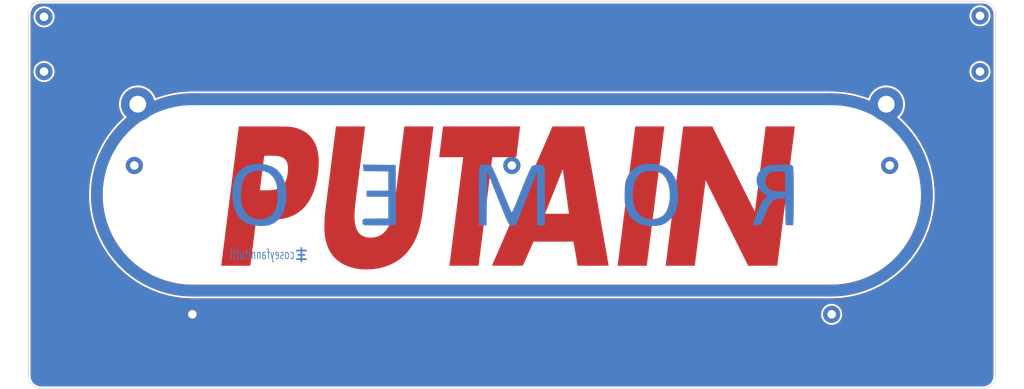
<source format=kicad_pcb>
(kicad_pcb (version 20171130) (host pcbnew "(5.1.9)-1")

  (general
    (thickness 1.6)
    (drawings 10)
    (tracks 0)
    (zones 0)
    (modules 15)
    (nets 2)
  )

  (page A4)
  (layers
    (0 F.Cu signal)
    (31 B.Cu signal)
    (32 B.Adhes user)
    (33 F.Adhes user)
    (34 B.Paste user)
    (35 F.Paste user)
    (36 B.SilkS user)
    (37 F.SilkS user)
    (38 B.Mask user)
    (39 F.Mask user)
    (40 Dwgs.User user)
    (41 Cmts.User user)
    (42 Eco1.User user)
    (43 Eco2.User user)
    (44 Edge.Cuts user)
    (45 Margin user)
    (46 B.CrtYd user)
    (47 F.CrtYd user)
    (48 B.Fab user)
    (49 F.Fab user)
  )

  (setup
    (last_trace_width 0.25)
    (trace_clearance 0.2)
    (zone_clearance 0.508)
    (zone_45_only no)
    (trace_min 0.2)
    (via_size 0.8)
    (via_drill 0.4)
    (via_min_size 0.4)
    (via_min_drill 0.3)
    (uvia_size 0.3)
    (uvia_drill 0.1)
    (uvias_allowed no)
    (uvia_min_size 0.2)
    (uvia_min_drill 0.1)
    (edge_width 0.05)
    (segment_width 0.2)
    (pcb_text_width 0.3)
    (pcb_text_size 1.5 1.5)
    (mod_edge_width 0.12)
    (mod_text_size 1 1)
    (mod_text_width 0.15)
    (pad_size 1.524 1.524)
    (pad_drill 0.762)
    (pad_to_mask_clearance 0)
    (aux_axis_origin 0 0)
    (visible_elements 7FFFF7FF)
    (pcbplotparams
      (layerselection 0x010f0_ffffffff)
      (usegerberextensions false)
      (usegerberattributes false)
      (usegerberadvancedattributes false)
      (creategerberjobfile false)
      (excludeedgelayer true)
      (linewidth 2.000000)
      (plotframeref false)
      (viasonmask false)
      (mode 1)
      (useauxorigin false)
      (hpglpennumber 1)
      (hpglpenspeed 20)
      (hpglpendiameter 15.000000)
      (psnegative false)
      (psa4output false)
      (plotreference true)
      (plotvalue true)
      (plotinvisibletext false)
      (padsonsilk false)
      (subtractmaskfromsilk false)
      (outputformat 1)
      (mirror false)
      (drillshape 0)
      (scaleselection 1)
      (outputdirectory "../Gerber/bottom/"))
  )

  (net 0 "")
  (net 1 GND)

  (net_class Default "This is the default net class."
    (clearance 0.2)
    (trace_width 0.25)
    (via_dia 0.8)
    (via_drill 0.4)
    (uvia_dia 0.3)
    (uvia_drill 0.1)
    (add_net GND)
  )

  (module cftkb:putain_big_oval (layer F.Cu) (tedit 6117FB43) (tstamp 6118C265)
    (at 145.1 62.325)
    (fp_text reference REF** (at -1.475 4.85) (layer Dwgs.User)
      (effects (font (size 1 1) (thickness 0.15)))
    )
    (fp_text value putain_big_oval (at 0 -0.5) (layer F.Fab)
      (effects (font (size 1 1) (thickness 0.15)))
    )
    (fp_poly (pts (xy 57.153804 -7.612515) (xy 57.472587 -6.971528) (xy 57.786745 -6.339989) (xy 58.095749 -5.718959)
      (xy 58.39907 -5.109497) (xy 58.696179 -4.512665) (xy 58.986546 -3.92952) (xy 59.269642 -3.361125)
      (xy 59.544938 -2.80854) (xy 59.811904 -2.272823) (xy 60.070012 -1.755036) (xy 60.318731 -1.256239)
      (xy 60.557532 -0.777492) (xy 60.785887 -0.319854) (xy 61.003265 0.115613) (xy 61.209138 0.52785)
      (xy 61.402976 0.915796) (xy 61.58425 1.278392) (xy 61.752431 1.614577) (xy 61.906989 1.923291)
      (xy 62.047395 2.203474) (xy 62.173119 2.454066) (xy 62.283633 2.674006) (xy 62.378407 2.862235)
      (xy 62.456911 3.017692) (xy 62.518617 3.139317) (xy 62.562995 3.22605) (xy 62.589516 3.27683)
      (xy 62.597621 3.290934) (xy 62.627351 3.296395) (xy 62.632869 3.294156) (xy 62.635996 3.272871)
      (xy 62.64429 3.210823) (xy 62.657594 3.10925) (xy 62.67575 2.969385) (xy 62.698599 2.792464)
      (xy 62.725986 2.579724) (xy 62.757752 2.332398) (xy 62.793739 2.051723) (xy 62.83379 1.738934)
      (xy 62.877748 1.395266) (xy 62.925455 1.021955) (xy 62.976752 0.620236) (xy 63.031484 0.191344)
      (xy 63.089491 -0.263485) (xy 63.150617 -0.743016) (xy 63.214704 -1.246013) (xy 63.281595 -1.771242)
      (xy 63.351131 -2.317466) (xy 63.423155 -2.88345) (xy 63.49751 -3.46796) (xy 63.574038 -4.069759)
      (xy 63.652581 -4.687612) (xy 63.732982 -5.320284) (xy 63.815084 -5.96654) (xy 63.898728 -6.625144)
      (xy 63.983758 -7.29486) (xy 64.023664 -7.609249) (xy 65.406583 -18.504748) (xy 69.126625 -18.504791)
      (xy 72.846667 -18.504833) (xy 72.845791 -18.446625) (xy 72.843109 -18.422945) (xy 72.83523 -18.358239)
      (xy 72.822276 -18.253475) (xy 72.80437 -18.109626) (xy 72.781635 -17.927662) (xy 72.754193 -17.708554)
      (xy 72.722166 -17.453271) (xy 72.685677 -17.162786) (xy 72.644848 -16.838068) (xy 72.599803 -16.480088)
      (xy 72.550663 -16.089818) (xy 72.497551 -15.668227) (xy 72.44059 -15.216286) (xy 72.379902 -14.734966)
      (xy 72.31561 -14.225238) (xy 72.247835 -13.688071) (xy 72.176702 -13.124438) (xy 72.102331 -12.535309)
      (xy 72.024846 -11.921654) (xy 71.94437 -11.284443) (xy 71.861024 -10.624649) (xy 71.774931 -9.94324)
      (xy 71.686214 -9.241189) (xy 71.594996 -8.519465) (xy 71.501398 -7.779039) (xy 71.405543 -7.020883)
      (xy 71.307554 -6.245966) (xy 71.207554 -5.455259) (xy 71.105665 -4.649733) (xy 71.002008 -3.830359)
      (xy 70.896708 -2.998107) (xy 70.789886 -2.153948) (xy 70.681665 -1.298853) (xy 70.595612 -0.619)
      (xy 68.346308 17.150417) (xy 60.893486 17.161117) (xy 55.475218 6.24435) (xy 55.15663 5.60255)
      (xy 54.84265 4.970219) (xy 54.533807 4.348415) (xy 54.230628 3.738197) (xy 53.933642 3.140625)
      (xy 53.643377 2.556756) (xy 53.360361 1.987651) (xy 53.085123 1.434368) (xy 52.81819 0.897966)
      (xy 52.560091 0.379503) (xy 52.311354 -0.11996) (xy 52.072507 -0.599366) (xy 51.844078 -1.057655)
      (xy 51.626596 -1.493768) (xy 51.420589 -1.906647) (xy 51.226585 -2.295232) (xy 51.045112 -2.658465)
      (xy 50.876698 -2.995286) (xy 50.721871 -3.304637) (xy 50.581161 -3.585459) (xy 50.455094 -3.836692)
      (xy 50.3442 -4.057279) (xy 50.249005 -4.246159) (xy 50.170039 -4.402274) (xy 50.10783 -4.524565)
      (xy 50.062906 -4.611974) (xy 50.035795 -4.66344) (xy 50.0271 -4.678158) (xy 50.024002 -4.672134)
      (xy 50.019302 -4.652535) (xy 50.012878 -4.618417) (xy 50.004607 -4.568836) (xy 49.994368 -4.502849)
      (xy 49.982038 -4.419512) (xy 49.967496 -4.317882) (xy 49.950619 -4.197015) (xy 49.931285 -4.055967)
      (xy 49.909373 -3.893795) (xy 49.884759 -3.709555) (xy 49.857323 -3.502304) (xy 49.826941 -3.271097)
      (xy 49.793493 -3.014992) (xy 49.756855 -2.733045) (xy 49.716906 -2.424312) (xy 49.673524 -2.087849)
      (xy 49.626587 -1.722713) (xy 49.575972 -1.327961) (xy 49.521557 -0.902649) (xy 49.463221 -0.445832)
      (xy 49.400841 0.043432) (xy 49.334296 0.566087) (xy 49.263463 1.123076) (xy 49.18822 1.715344)
      (xy 49.108445 2.343834) (xy 49.024016 3.009489) (xy 48.934811 3.713254) (xy 48.840708 4.456071)
      (xy 48.741585 5.238884) (xy 48.637319 6.062637) (xy 48.623763 6.169759) (xy 48.538506 6.843454)
      (xy 48.45455 7.506823) (xy 48.372052 8.158618) (xy 48.29117 8.797592) (xy 48.212063 9.422498)
      (xy 48.134889 10.032089) (xy 48.059805 10.625118) (xy 47.986969 11.200338) (xy 47.91654 11.756501)
      (xy 47.848675 12.29236) (xy 47.783533 12.80667) (xy 47.721271 13.298181) (xy 47.662047 13.765648)
      (xy 47.606021 14.207823) (xy 47.553348 14.623459) (xy 47.504189 15.011308) (xy 47.458699 15.370125)
      (xy 47.417039 15.698662) (xy 47.379365 15.995671) (xy 47.345835 16.259906) (xy 47.316608 16.490119)
      (xy 47.291842 16.685064) (xy 47.271694 16.843493) (xy 47.256323 16.964159) (xy 47.245886 17.045815)
      (xy 47.240542 17.087214) (xy 47.239868 17.092208) (xy 47.229461 17.161) (xy 39.779526 17.161)
      (xy 39.792245 17.071042) (xy 39.795502 17.045797) (xy 39.803946 16.97953) (xy 39.817452 16.873216)
      (xy 39.835897 16.72783) (xy 39.859158 16.54435) (xy 39.887111 16.32375) (xy 39.919632 16.067007)
      (xy 39.956599 15.775097) (xy 39.997888 15.448995) (xy 40.043375 15.089678) (xy 40.092936 14.698122)
      (xy 40.146449 14.275303) (xy 40.20379 13.822196) (xy 40.264836 13.339778) (xy 40.329462 12.829024)
      (xy 40.397546 12.290911) (xy 40.468963 11.726414) (xy 40.543591 11.13651) (xy 40.621307 10.522174)
      (xy 40.701985 9.884383) (xy 40.785504 9.224112) (xy 40.87174 8.542337) (xy 40.960568 7.840035)
      (xy 41.051866 7.118181) (xy 41.145511 6.377751) (xy 41.241378 5.619722) (xy 41.339344 4.845068)
      (xy 41.439286 4.054767) (xy 41.541081 3.249795) (xy 41.644604 2.431126) (xy 41.749732 1.599737)
      (xy 41.856343 0.756605) (xy 41.964312 -0.097296) (xy 42.038304 -0.6825) (xy 42.147117 -1.543084)
      (xy 42.254655 -2.39354) (xy 42.360795 -3.232891) (xy 42.465412 -4.060164) (xy 42.568385 -4.874382)
      (xy 42.669588 -5.67457) (xy 42.7689 -6.459754) (xy 42.866195 -7.228958) (xy 42.961352 -7.981207)
      (xy 43.054246 -8.715525) (xy 43.144754 -9.430938) (xy 43.232753 -10.12647) (xy 43.318119 -10.801146)
      (xy 43.400729 -11.453991) (xy 43.480459 -12.08403) (xy 43.557186 -12.690287) (xy 43.630786 -13.271788)
      (xy 43.701137 -13.827557) (xy 43.768114 -14.356618) (xy 43.831594 -14.857998) (xy 43.891454 -15.330719)
      (xy 43.94757 -15.773809) (xy 43.999819 -16.18629) (xy 44.048077 -16.567188) (xy 44.092222 -16.915528)
      (xy 44.132129 -17.230334) (xy 44.167675 -17.510632) (xy 44.198736 -17.755446) (xy 44.22519 -17.9638)
      (xy 44.246913 -18.134721) (xy 44.263781 -18.267232) (xy 44.275671 -18.360358) (xy 44.28246 -18.413125)
      (xy 44.2841 -18.425458) (xy 44.296554 -18.504833) (xy 51.737359 -18.504833) (xy 57.153804 -7.612515)) (layer F.Cu) (width 0.01))
    (fp_poly (pts (xy -63.395893 -18.499255) (xy -62.78282 -18.498565) (xy -62.210496 -18.497933) (xy -61.677339 -18.497331)
      (xy -61.181765 -18.49673) (xy -60.72219 -18.4961) (xy -60.297031 -18.495411) (xy -59.904705 -18.494636)
      (xy -59.543628 -18.493744) (xy -59.212216 -18.492707) (xy -58.908886 -18.491496) (xy -58.632055 -18.49008)
      (xy -58.38014 -18.488431) (xy -58.151556 -18.48652) (xy -57.94472 -18.484318) (xy -57.758049 -18.481795)
      (xy -57.589959 -18.478922) (xy -57.438868 -18.47567) (xy -57.303191 -18.47201) (xy -57.181345 -18.467912)
      (xy -57.071746 -18.463348) (xy -56.972811 -18.458288) (xy -56.882958 -18.452703) (xy -56.800601 -18.446565)
      (xy -56.724158 -18.439842) (xy -56.652045 -18.432507) (xy -56.582679 -18.424531) (xy -56.514476 -18.415884)
      (xy -56.445854 -18.406536) (xy -56.375227 -18.396459) (xy -56.301014 -18.385624) (xy -56.22163 -18.374001)
      (xy -56.166357 -18.365988) (xy -55.537307 -18.258167) (xy -54.937472 -18.120029) (xy -54.366293 -17.951349)
      (xy -53.823209 -17.7519) (xy -53.307659 -17.521459) (xy -52.819084 -17.259799) (xy -52.356923 -16.966695)
      (xy -51.962678 -16.675498) (xy -51.837638 -16.571186) (xy -51.69381 -16.44252) (xy -51.539521 -16.297657)
      (xy -51.383095 -16.144755) (xy -51.232856 -15.991975) (xy -51.097128 -15.847472) (xy -50.984237 -15.719407)
      (xy -50.971182 -15.7038) (xy -50.641091 -15.273125) (xy -50.341723 -14.813477) (xy -50.07312 -14.325052)
      (xy -49.835322 -13.808043) (xy -49.628372 -13.262646) (xy -49.452308 -12.689054) (xy -49.307173 -12.087463)
      (xy -49.193008 -11.458066) (xy -49.109854 -10.801058) (xy -49.057751 -10.116634) (xy -49.036741 -9.404988)
      (xy -49.046865 -8.666315) (xy -49.088164 -7.900809) (xy -49.159749 -7.117167) (xy -49.260618 -6.309619)
      (xy -49.385116 -5.517392) (xy -49.532479 -4.743442) (xy -49.701941 -3.990725) (xy -49.892738 -3.262197)
      (xy -50.104104 -2.560814) (xy -50.335274 -1.889534) (xy -50.585484 -1.251313) (xy -50.808607 -0.745509)
      (xy -51.122224 -0.115398) (xy -51.460319 0.480187) (xy -51.822925 1.041281) (xy -52.210078 1.567921)
      (xy -52.621811 2.060143) (xy -53.058158 2.517984) (xy -53.519153 2.941478) (xy -54.004831 3.330664)
      (xy -54.515224 3.685576) (xy -55.050368 4.006252) (xy -55.47625 4.228364) (xy -56.02561 4.477187)
      (xy -56.591477 4.69325) (xy -57.17683 4.877398) (xy -57.784645 5.03048) (xy -58.417903 5.153342)
      (xy -59.042833 5.242489) (xy -59.156296 5.25595) (xy -59.261166 5.268038) (xy -59.360263 5.278835)
      (xy -59.456405 5.288425) (xy -59.552412 5.296889) (xy -59.651103 5.30431) (xy -59.755297 5.310773)
      (xy -59.867813 5.316359) (xy -59.991469 5.321151) (xy -60.129085 5.325233) (xy -60.28348 5.328687)
      (xy -60.457473 5.331596) (xy -60.653883 5.334042) (xy -60.875529 5.33611) (xy -61.12523 5.337881)
      (xy -61.405806 5.339438) (xy -61.720074 5.340865) (xy -62.070854 5.342244) (xy -62.460966 5.343658)
      (xy -62.487708 5.343753) (xy -62.874124 5.345168) (xy -63.220357 5.346547) (xy -63.528556 5.347924)
      (xy -63.800872 5.349333) (xy -64.039456 5.35081) (xy -64.246456 5.352387) (xy -64.424023 5.3541)
      (xy -64.574308 5.355982) (xy -64.69946 5.358069) (xy -64.80163 5.360395) (xy -64.882967 5.362993)
      (xy -64.945621 5.365899) (xy -64.991743 5.369146) (xy -65.023483 5.372769) (xy -65.042991 5.376802)
      (xy -65.052416 5.38128) (xy -65.054167 5.384757) (xy -65.056815 5.407437) (xy -65.064583 5.470045)
      (xy -65.077208 5.570519) (xy -65.094426 5.706796) (xy -65.115973 5.876814) (xy -65.141585 6.078512)
      (xy -65.170998 6.309828) (xy -65.203949 6.568699) (xy -65.240174 6.853063) (xy -65.27941 7.160859)
      (xy -65.321391 7.490024) (xy -65.365856 7.838497) (xy -65.412539 8.204215) (xy -65.461177 8.585116)
      (xy -65.511507 8.979139) (xy -65.563264 9.384221) (xy -65.616185 9.798301) (xy -65.670006 10.219316)
      (xy -65.724463 10.645204) (xy -65.779293 11.073904) (xy -65.834231 11.503352) (xy -65.889015 11.931489)
      (xy -65.943379 12.35625) (xy -65.997061 12.775575) (xy -66.049797 13.187401) (xy -66.101323 13.589666)
      (xy -66.151374 13.980308) (xy -66.199688 14.357266) (xy -66.246001 14.718476) (xy -66.290048 15.061878)
      (xy -66.331567 15.38541) (xy -66.370292 15.687008) (xy -66.405962 15.964611) (xy -66.438311 16.216158)
      (xy -66.467076 16.439586) (xy -66.491993 16.632832) (xy -66.512798 16.793836) (xy -66.529229 16.920535)
      (xy -66.54102 17.010867) (xy -66.547908 17.062771) (xy -66.54905 17.071042) (xy -66.561807 17.161)
      (xy -74.012474 17.161) (xy -73.999775 17.071042) (xy -73.996518 17.045797) (xy -73.988076 16.97953)
      (xy -73.974571 16.873216) (xy -73.956127 16.72783) (xy -73.932867 16.54435) (xy -73.904915 16.32375)
      (xy -73.872394 16.067007) (xy -73.835428 15.775097) (xy -73.79414 15.448995) (xy -73.748654 15.089679)
      (xy -73.699093 14.698122) (xy -73.645581 14.275303) (xy -73.58824 13.822196) (xy -73.527196 13.339778)
      (xy -73.46257 12.829024) (xy -73.394487 12.290911) (xy -73.32307 11.726414) (xy -73.248443 11.13651)
      (xy -73.170728 10.522174) (xy -73.09005 9.884383) (xy -73.006531 9.224112) (xy -72.920296 8.542337)
      (xy -72.831468 7.840035) (xy -72.74017 7.118181) (xy -72.646526 6.377752) (xy -72.55066 5.619722)
      (xy -72.452693 4.845069) (xy -72.352752 4.054768) (xy -72.250957 3.249795) (xy -72.147434 2.431126)
      (xy -72.042306 1.599738) (xy -71.935695 0.756605) (xy -71.827727 -0.097295) (xy -71.753734 -0.6825)
      (xy -71.64492 -1.543089) (xy -71.563993 -2.183095) (xy -64.122833 -2.183095) (xy -64.121558 -2.174191)
      (xy -64.115469 -2.166712) (xy -64.101175 -2.160535) (xy -64.075285 -2.155537) (xy -64.034405 -2.151593)
      (xy -63.975145 -2.148579) (xy -63.894113 -2.146373) (xy -63.787915 -2.144849) (xy -63.653162 -2.143884)
      (xy -63.48646 -2.143355) (xy -63.284417 -2.143138) (xy -63.043642 -2.143108) (xy -63.027458 -2.143109)
      (xy -62.799505 -2.143573) (xy -62.570989 -2.144861) (xy -62.348031 -2.146883) (xy -62.13675 -2.14955)
      (xy -61.943264 -2.152773) (xy -61.773691 -2.156463) (xy -61.634151 -2.160531) (xy -61.530764 -2.164888)
      (xy -61.529917 -2.164934) (xy -61.090123 -2.196534) (xy -60.687293 -2.242178) (xy -60.318221 -2.302541)
      (xy -59.979704 -2.378297) (xy -59.668538 -2.470121) (xy -59.381519 -2.578686) (xy -59.22275 -2.650603)
      (xy -58.905451 -2.824162) (xy -58.612733 -3.027098) (xy -58.344206 -3.260118) (xy -58.099484 -3.523934)
      (xy -57.878176 -3.819254) (xy -57.679895 -4.146788) (xy -57.504252 -4.507245) (xy -57.350858 -4.901336)
      (xy -57.219324 -5.329768) (xy -57.109263 -5.793253) (xy -57.020286 -6.292498) (xy -56.956164 -6.789083)
      (xy -56.942545 -6.943626) (xy -56.931839 -7.122641) (xy -56.92411 -7.317824) (xy -56.919419 -7.52087)
      (xy -56.917831 -7.723472) (xy -56.919409 -7.917327) (xy -56.924217 -8.094128) (xy -56.932317 -8.24557)
      (xy -56.943773 -8.363348) (xy -56.944132 -8.366) (xy -57.0091 -8.740359) (xy -57.097501 -9.080272)
      (xy -57.210162 -9.387085) (xy -57.347908 -9.662141) (xy -57.511562 -9.906785) (xy -57.701951 -10.122363)
      (xy -57.919899 -10.310218) (xy -58.166231 -10.471695) (xy -58.270643 -10.528052) (xy -58.481582 -10.62707)
      (xy -58.7014 -10.712316) (xy -58.934689 -10.784734) (xy -59.186044 -10.845263) (xy -59.46006 -10.894848)
      (xy -59.76133 -10.934428) (xy -60.094448 -10.964947) (xy -60.46401 -10.987346) (xy -60.5245 -10.990136)
      (xy -60.626657 -10.993853) (xy -60.756369 -10.997279) (xy -60.909212 -11.000393) (xy -61.080763 -11.003177)
      (xy -61.266596 -11.005611) (xy -61.462286 -11.007675) (xy -61.663411 -11.009349) (xy -61.865544 -11.010615)
      (xy -62.064262 -11.011452) (xy -62.255139 -11.011841) (xy -62.433752 -11.011762) (xy -62.595676 -11.011196)
      (xy -62.736487 -11.010124) (xy -62.85176 -11.008524) (xy -62.93707 -11.006379) (xy -62.987993 -11.003668)
      (xy -63.001 -11.001096) (xy -63.003647 -10.979371) (xy -63.01142 -10.917606) (xy -63.024071 -10.817755)
      (xy -63.041351 -10.681767) (xy -63.06301 -10.511596) (xy -63.088799 -10.309192) (xy -63.11847 -10.076508)
      (xy -63.151773 -9.815495) (xy -63.188459 -9.528104) (xy -63.228279 -9.216288) (xy -63.270983 -8.881998)
      (xy -63.316324 -8.527185) (xy -63.36405 -8.153802) (xy -63.413915 -7.7638) (xy -63.465667 -7.35913)
      (xy -63.519059 -6.941745) (xy -63.561917 -6.606775) (xy -63.616459 -6.180335) (xy -63.669555 -5.76483)
      (xy -63.720956 -5.362228) (xy -63.770411 -4.974498) (xy -63.817671 -4.60361) (xy -63.862486 -4.251531)
      (xy -63.904607 -3.920232) (xy -63.943783 -3.611682) (xy -63.979766 -3.327849) (xy -64.012306 -3.070702)
      (xy -64.041152 -2.84221) (xy -64.066055 -2.644344) (xy -64.086767 -2.47907) (xy -64.103036 -2.348359)
      (xy -64.114613 -2.25418) (xy -64.121248 -2.198501) (xy -64.122833 -2.183095) (xy -71.563993 -2.183095)
      (xy -71.537381 -2.393551) (xy -71.43124 -3.23291) (xy -71.326621 -4.060192) (xy -71.223647 -4.874421)
      (xy -71.122441 -5.674621) (xy -71.023127 -6.459819) (xy -70.925829 -7.229037) (xy -70.830669 -7.981302)
      (xy -70.737772 -8.715637) (xy -70.64726 -9.431068) (xy -70.559258 -10.12662) (xy -70.473888 -10.801316)
      (xy -70.391274 -11.454182) (xy -70.31154 -12.084243) (xy -70.234809 -12.690523) (xy -70.161204 -13.272047)
      (xy -70.090848 -13.827841) (xy -70.023867 -14.356927) (xy -69.960381 -14.858332) (xy -69.900516 -15.33108)
      (xy -69.844395 -15.774196) (xy -69.79214 -16.186705) (xy -69.743876 -16.56763) (xy -69.699726 -16.915998)
      (xy -69.659814 -17.230833) (xy -69.624262 -17.511159) (xy -69.593194 -17.756002) (xy -69.566735 -17.964385)
      (xy -69.545006 -18.135335) (xy -69.528132 -18.267875) (xy -69.516236 -18.36103) (xy -69.509441 -18.413826)
      (xy -69.507797 -18.426179) (xy -69.495202 -18.506274) (xy -63.395893 -18.499255)) (layer F.Cu) (width 0.01))
    (fp_poly (pts (xy 36.187659 -18.504812) (xy 36.614471 -18.504737) (xy 37.002588 -18.504591) (xy 37.353828 -18.504358)
      (xy 37.670013 -18.50402) (xy 37.952959 -18.503561) (xy 38.204487 -18.502964) (xy 38.426416 -18.502212)
      (xy 38.620564 -18.501288) (xy 38.788751 -18.500175) (xy 38.932797 -18.498857) (xy 39.054519 -18.497317)
      (xy 39.155738 -18.495537) (xy 39.238273 -18.493502) (xy 39.303942 -18.491193) (xy 39.354564 -18.488595)
      (xy 39.39196 -18.48569) (xy 39.417948 -18.482461) (xy 39.434347 -18.478893) (xy 39.442976 -18.474967)
      (xy 39.445655 -18.470667) (xy 39.445667 -18.470323) (xy 39.443033 -18.447652) (xy 39.435232 -18.384163)
      (xy 39.422413 -18.281037) (xy 39.404724 -18.139453) (xy 39.382316 -17.960592) (xy 39.355338 -17.745635)
      (xy 39.323937 -17.495761) (xy 39.288265 -17.212151) (xy 39.24847 -16.895985) (xy 39.204701 -16.548444)
      (xy 39.157108 -16.170707) (xy 39.10584 -15.763955) (xy 39.051045 -15.329369) (xy 38.992874 -14.868128)
      (xy 38.931476 -14.381413) (xy 38.866999 -13.870404) (xy 38.799593 -13.336281) (xy 38.729407 -12.780225)
      (xy 38.656591 -12.203417) (xy 38.581293 -11.607035) (xy 38.503664 -10.992261) (xy 38.423851 -10.360275)
      (xy 38.342005 -9.712257) (xy 38.258274 -9.049387) (xy 38.172808 -8.372846) (xy 38.085756 -7.683814)
      (xy 37.997268 -6.983471) (xy 37.907491 -6.272998) (xy 37.816577 -5.553575) (xy 37.724674 -4.826381)
      (xy 37.63193 -4.092599) (xy 37.538497 -3.353406) (xy 37.444521 -2.609985) (xy 37.350154 -1.863515)
      (xy 37.255544 -1.115177) (xy 37.16084 -0.36615) (xy 37.066192 0.382384) (xy 36.971748 1.129247)
      (xy 36.877659 1.873256) (xy 36.784073 2.613233) (xy 36.691139 3.347996) (xy 36.599007 4.076366)
      (xy 36.507826 4.797162) (xy 36.417746 5.509204) (xy 36.328914 6.211311) (xy 36.241482 6.902304)
      (xy 36.155597 7.581002) (xy 36.071409 8.246225) (xy 35.989068 8.896792) (xy 35.908722 9.531523)
      (xy 35.830522 10.149238) (xy 35.754615 10.748757) (xy 35.681151 11.3289) (xy 35.61028 11.888485)
      (xy 35.542151 12.426333) (xy 35.476912 12.941264) (xy 35.414714 13.432096) (xy 35.355705 13.897651)
      (xy 35.300035 14.336748) (xy 35.247853 14.748205) (xy 35.199308 15.130844) (xy 35.154549 15.483484)
      (xy 35.113726 15.804944) (xy 35.076988 16.094044) (xy 35.044484 16.349605) (xy 35.016363 16.570445)
      (xy 34.992774 16.755384) (xy 34.973867 16.903242) (xy 34.959792 17.01284) (xy 34.950696 17.082995)
      (xy 34.94673 17.112529) (xy 34.946588 17.113375) (xy 34.93636 17.161) (xy 27.487558 17.161)
      (xy 27.497868 17.102792) (xy 27.501199 17.078022) (xy 27.509676 17.012502) (xy 27.523151 16.907411)
      (xy 27.541472 16.763929) (xy 27.564493 16.583237) (xy 27.592062 16.366516) (xy 27.624032 16.114944)
      (xy 27.660252 15.829702) (xy 27.700574 15.511971) (xy 27.744849 15.16293) (xy 27.792927 14.78376)
      (xy 27.844659 14.37564) (xy 27.899895 13.939752) (xy 27.958488 13.477274) (xy 28.020287 12.989388)
      (xy 28.085143 12.477274) (xy 28.152907 11.942111) (xy 28.22343 11.38508) (xy 28.296563 10.80736)
      (xy 28.372157 10.210133) (xy 28.450061 9.594578) (xy 28.530128 8.961876) (xy 28.612208 8.313206)
      (xy 28.696151 7.649749) (xy 28.781809 6.972684) (xy 28.869032 6.283193) (xy 28.957672 5.582455)
      (xy 29.047578 4.87165) (xy 29.138602 4.151959) (xy 29.230594 3.424562) (xy 29.323406 2.690638)
      (xy 29.416888 1.951368) (xy 29.510891 1.207933) (xy 29.605266 0.461511) (xy 29.699863 -0.286715)
      (xy 29.794534 -1.035567) (xy 29.889129 -1.783865) (xy 29.983498 -2.530427) (xy 30.077494 -3.274074)
      (xy 30.170966 -4.013626) (xy 30.263765 -4.747903) (xy 30.355743 -5.475724) (xy 30.44675 -6.195909)
      (xy 30.536636 -6.907278) (xy 30.625253 -7.608651) (xy 30.712451 -8.298848) (xy 30.798082 -8.976689)
      (xy 30.881996 -9.640993) (xy 30.964043 -10.29058) (xy 31.044075 -10.924271) (xy 31.121942 -11.540884)
      (xy 31.197496 -12.139241) (xy 31.270586 -12.71816) (xy 31.341065 -13.276461) (xy 31.408782 -13.812965)
      (xy 31.473588 -14.326491) (xy 31.535335 -14.815859) (xy 31.593873 -15.279889) (xy 31.649052 -15.7174)
      (xy 31.700725 -16.127213) (xy 31.74874 -16.508148) (xy 31.79295 -16.859023) (xy 31.833205 -17.17866)
      (xy 31.869356 -17.465878) (xy 31.901254 -17.719496) (xy 31.928749 -17.938335) (xy 31.951692 -18.121215)
      (xy 31.969934 -18.266954) (xy 31.983326 -18.374374) (xy 31.991719 -18.442294) (xy 31.994964 -18.469533)
      (xy 31.995 -18.470008) (xy 31.99719 -18.474375) (xy 32.004975 -18.478363) (xy 32.020176 -18.48199)
      (xy 32.044615 -18.485272) (xy 32.080113 -18.488226) (xy 32.128492 -18.49087) (xy 32.191574 -18.49322)
      (xy 32.27118 -18.495294) (xy 32.369131 -18.497108) (xy 32.487249 -18.498679) (xy 32.627356 -18.500026)
      (xy 32.791274 -18.501163) (xy 32.980823 -18.50211) (xy 33.197825 -18.502882) (xy 33.444103 -18.503496)
      (xy 33.721477 -18.50397) (xy 34.031769 -18.504321) (xy 34.3768 -18.504566) (xy 34.758393 -18.504722)
      (xy 35.178368 -18.504805) (xy 35.638547 -18.504833) (xy 35.720333 -18.504833) (xy 36.187659 -18.504812)) (layer F.Cu) (width 0.01))
    (fp_poly (pts (xy 18.943725 -18.446679) (xy 18.948769 -18.419077) (xy 18.960883 -18.351108) (xy 18.979863 -18.24394)
      (xy 19.005502 -18.098741) (xy 19.037598 -17.916676) (xy 19.075946 -17.698914) (xy 19.12034 -17.44662)
      (xy 19.170576 -17.160961) (xy 19.226451 -16.843106) (xy 19.287758 -16.49422) (xy 19.354295 -16.115471)
      (xy 19.425855 -15.708026) (xy 19.502236 -15.273051) (xy 19.583231 -14.811714) (xy 19.668637 -14.325181)
      (xy 19.758248 -13.81462) (xy 19.851862 -13.281197) (xy 19.949272 -12.72608) (xy 20.050274 -12.150435)
      (xy 20.154664 -11.555429) (xy 20.262237 -10.94223) (xy 20.372789 -10.312003) (xy 20.486115 -9.665917)
      (xy 20.602011 -9.005138) (xy 20.720272 -8.330833) (xy 20.840693 -7.644169) (xy 20.96307 -6.946314)
      (xy 21.087198 -6.238433) (xy 21.212874 -5.521694) (xy 21.339891 -4.797264) (xy 21.468047 -4.066309)
      (xy 21.597135 -3.329998) (xy 21.726952 -2.589496) (xy 21.857293 -1.845971) (xy 21.987954 -1.10059)
      (xy 22.118729 -0.354519) (xy 22.249415 0.391074) (xy 22.379807 1.135022) (xy 22.509701 1.876159)
      (xy 22.638891 2.613318) (xy 22.767173 3.345331) (xy 22.894343 4.071031) (xy 23.020196 4.789253)
      (xy 23.144527 5.498828) (xy 23.267133 6.19859) (xy 23.387808 6.887371) (xy 23.506348 7.564006)
      (xy 23.622548 8.227326) (xy 23.736205 8.876165) (xy 23.847112 9.509356) (xy 23.955066 10.125732)
      (xy 24.059863 10.724126) (xy 24.161297 11.303372) (xy 24.259164 11.862301) (xy 24.353259 12.399748)
      (xy 24.443379 12.914544) (xy 24.529318 13.405524) (xy 24.610872 13.87152) (xy 24.687836 14.311366)
      (xy 24.760006 14.723894) (xy 24.827177 15.107937) (xy 24.889145 15.462329) (xy 24.945705 15.785902)
      (xy 24.996653 16.07749) (xy 25.041783 16.335925) (xy 25.080892 16.560041) (xy 25.113775 16.74867)
      (xy 25.140228 16.900647) (xy 25.160045 17.014803) (xy 25.173022 17.089971) (xy 25.178956 17.124986)
      (xy 25.179333 17.127522) (xy 25.176663 17.131602) (xy 25.167485 17.13534) (xy 25.150044 17.138751)
      (xy 25.122588 17.141848) (xy 25.083362 17.144648) (xy 25.030615 17.147165) (xy 24.962592 17.149413)
      (xy 24.877539 17.151408) (xy 24.773704 17.153164) (xy 24.649334 17.154696) (xy 24.502674 17.156019)
      (xy 24.331971 17.157148) (xy 24.135472 17.158096) (xy 23.911424 17.15888) (xy 23.658073 17.159514)
      (xy 23.373665 17.160013) (xy 23.056448 17.160391) (xy 22.704668 17.160664) (xy 22.316571 17.160846)
      (xy 21.890404 17.160951) (xy 21.424415 17.160996) (xy 21.210583 17.161) (xy 20.804036 17.160917)
      (xy 20.408965 17.160672) (xy 20.027441 17.160275) (xy 19.661531 17.159733) (xy 19.313307 17.159056)
      (xy 18.984838 17.15825) (xy 18.678193 17.157324) (xy 18.395442 17.156288) (xy 18.138654 17.155148)
      (xy 17.909899 17.153913) (xy 17.711246 17.152592) (xy 17.544766 17.151192) (xy 17.412527 17.149722)
      (xy 17.316599 17.148191) (xy 17.259052 17.146606) (xy 17.241784 17.145125) (xy 17.238271 17.122399)
      (xy 17.22807 17.06078) (xy 17.211666 16.963099) (xy 17.189543 16.832184) (xy 17.162186 16.670865)
      (xy 17.13008 16.48197) (xy 17.093708 16.268329) (xy 17.053556 16.032772) (xy 17.010108 15.778127)
      (xy 16.963848 15.507223) (xy 16.915262 15.22289) (xy 16.864833 14.927957) (xy 16.813047 14.625253)
      (xy 16.760388 14.317608) (xy 16.70734 14.00785) (xy 16.654388 13.698809) (xy 16.602017 13.393314)
      (xy 16.550711 13.094194) (xy 16.500955 12.804279) (xy 16.453233 12.526397) (xy 16.40803 12.263378)
      (xy 16.36583 12.018051) (xy 16.327118 11.793245) (xy 16.292379 11.59179) (xy 16.262097 11.416514)
      (xy 16.236757 11.270247) (xy 16.216843 11.155818) (xy 16.20284 11.076057) (xy 16.195233 11.033791)
      (xy 16.194075 11.027958) (xy 16.182693 10.980333) (xy 5.967318 10.980333) (xy 4.589204 14.065375)
      (xy 3.211091 17.150417) (xy -0.749229 17.155764) (xy -1.230421 17.1564) (xy -1.67105 17.156943)
      (xy -2.072886 17.15738) (xy -2.437698 17.157696) (xy -2.767256 17.157875) (xy -3.063331 17.157906)
      (xy -3.327691 17.157772) (xy -3.562108 17.15746) (xy -3.76835 17.156955) (xy -3.948189 17.156244)
      (xy -4.103393 17.155312) (xy -4.235732 17.154144) (xy -4.346977 17.152727) (xy -4.438898 17.151046)
      (xy -4.513263 17.149087) (xy -4.571844 17.146836) (xy -4.61641 17.144278) (xy -4.648731 17.141399)
      (xy -4.670577 17.138185) (xy -4.683717 17.134622) (xy -4.689922 17.130695) (xy -4.690962 17.12639)
      (xy -4.690057 17.124014) (xy -4.680698 17.102874) (xy -4.654767 17.043619) (xy -4.612572 16.946956)
      (xy -4.554419 16.813592) (xy -4.480616 16.644233) (xy -4.391471 16.439588) (xy -4.287292 16.200362)
      (xy -4.168385 15.927264) (xy -4.03506 15.621) (xy -3.887622 15.282277) (xy -3.72638 14.911803)
      (xy -3.551642 14.510284) (xy -3.363714 14.078428) (xy -3.162905 13.616941) (xy -2.949521 13.126531)
      (xy -2.723872 12.607905) (xy -2.486263 12.061769) (xy -2.237003 11.488832) (xy -1.976399 10.889799)
      (xy -1.704759 10.265379) (xy -1.42239 9.616278) (xy -1.1296 8.943203) (xy -0.826697 8.246862)
      (xy -0.513987 7.52796) (xy -0.191779 6.787207) (xy 0.139619 6.025308) (xy 0.479902 5.242971)
      (xy 0.828759 4.440902) (xy 1.081863 3.858972) (xy 8.902167 3.858972) (xy 8.922941 3.86006)
      (xy 8.983695 3.861113) (xy 9.082076 3.862122) (xy 9.215731 3.863082) (xy 9.382305 3.863984)
      (xy 9.579446 3.864821) (xy 9.8048 3.865586) (xy 10.056013 3.866273) (xy 10.330734 3.866874)
      (xy 10.626607 3.867381) (xy 10.941281 3.867788) (xy 11.2724 3.868087) (xy 11.617613 3.868271)
      (xy 11.971333 3.868333) (xy 12.408616 3.868265) (xy 12.805261 3.868051) (xy 13.162962 3.867676)
      (xy 13.483414 3.867126) (xy 13.768313 3.866386) (xy 14.019352 3.865443) (xy 14.238227 3.864281)
      (xy 14.426632 3.862887) (xy 14.586262 3.861245) (xy 14.718812 3.859342) (xy 14.825976 3.857163)
      (xy 14.909451 3.854693) (xy 14.970929 3.851919) (xy 15.012106 3.848825) (xy 15.034677 3.845397)
      (xy 15.0405 3.842192) (xy 15.0376 3.818784) (xy 15.029098 3.755556) (xy 15.015288 3.654606)
      (xy 14.996464 3.518035) (xy 14.972921 3.347943) (xy 14.944952 3.146429) (xy 14.912853 2.915593)
      (xy 14.876918 2.657535) (xy 14.837441 2.374355) (xy 14.794717 2.068152) (xy 14.749039 1.741026)
      (xy 14.700703 1.395078) (xy 14.650003 1.032407) (xy 14.597232 0.655112) (xy 14.542686 0.265293)
      (xy 14.48666 -0.134949) (xy 14.429446 -0.543515) (xy 14.37134 -0.958305) (xy 14.312636 -1.37722)
      (xy 14.253629 -1.798159) (xy 14.194613 -2.219023) (xy 14.135881 -2.637712) (xy 14.07773 -3.052126)
      (xy 14.020453 -3.460166) (xy 13.964344 -3.859731) (xy 13.909697 -4.248723) (xy 13.856809 -4.62504)
      (xy 13.805971 -4.986583) (xy 13.75748 -5.331253) (xy 13.711629 -5.65695) (xy 13.668713 -5.961574)
      (xy 13.629026 -6.243024) (xy 13.592863 -6.499203) (xy 13.560518 -6.728008) (xy 13.532285 -6.927341)
      (xy 13.508459 -7.095103) (xy 13.489334 -7.229192) (xy 13.475204 -7.32751) (xy 13.466365 -7.387956)
      (xy 13.463184 -7.408208) (xy 13.444168 -7.445377) (xy 13.424475 -7.455833) (xy 13.411766 -7.436376)
      (xy 13.384434 -7.379108) (xy 13.343165 -7.285687) (xy 13.288646 -7.157771) (xy 13.221563 -6.997016)
      (xy 13.142605 -6.80508) (xy 13.052457 -6.58362) (xy 12.951806 -6.334294) (xy 12.84134 -6.058758)
      (xy 12.737995 -5.799542) (xy 12.480889 -5.153083) (xy 12.22917 -4.520113) (xy 11.983263 -3.9017)
      (xy 11.743592 -3.298912) (xy 11.510581 -2.712819) (xy 11.284655 -2.144488) (xy 11.066238 -1.594988)
      (xy 10.855754 -1.065386) (xy 10.653628 -0.556752) (xy 10.460284 -0.070154) (xy 10.276146 0.393341)
      (xy 10.101638 0.832663) (xy 9.937185 1.246744) (xy 9.78321 1.634516) (xy 9.640139 1.994911)
      (xy 9.508396 2.32686) (xy 9.388405 2.629295) (xy 9.280589 2.901148) (xy 9.185374 3.14135)
      (xy 9.103184 3.348833) (xy 9.034442 3.522528) (xy 8.979574 3.661367) (xy 8.939004 3.764283)
      (xy 8.913155 3.830205) (xy 8.902453 3.858067) (xy 8.902167 3.858972) (xy 1.081863 3.858972)
      (xy 1.185885 3.619809) (xy 1.550972 2.780399) (xy 1.923711 1.923379) (xy 2.303796 1.049456)
      (xy 2.690919 0.159338) (xy 3.084773 -0.74627) (xy 3.485049 -1.666659) (xy 3.891441 -2.601123)
      (xy 4.30364 -3.548954) (xy 4.721339 -4.509446) (xy 5.144231 -5.481891) (xy 5.572008 -6.465582)
      (xy 6.004362 -7.459813) (xy 6.440986 -8.463876) (xy 6.881573 -9.477064) (xy 7.325814 -10.49867)
      (xy 7.773402 -11.527986) (xy 8.22403 -12.564307) (xy 8.67739 -13.606924) (xy 9.133175 -14.655131)
      (xy 9.495575 -15.488583) (xy 10.802486 -18.49425) (xy 14.867133 -18.499596) (xy 18.931779 -18.504941)
      (xy 18.943725 -18.446679)) (layer F.Cu) (width 0.01))
    (fp_poly (pts (xy -22.927731 -18.504822) (xy -22.502725 -18.504775) (xy -22.116373 -18.504674) (xy -21.766834 -18.504499)
      (xy -21.45227 -18.50423) (xy -21.170839 -18.50385) (xy -20.920703 -18.503338) (xy -20.700021 -18.502676)
      (xy -20.506953 -18.501844) (xy -20.33966 -18.500823) (xy -20.196302 -18.499594) (xy -20.075039 -18.498138)
      (xy -19.97403 -18.496435) (xy -19.891437 -18.494467) (xy -19.825419 -18.492214) (xy -19.774137 -18.489657)
      (xy -19.73575 -18.486778) (xy -19.708419 -18.483555) (xy -19.690304 -18.479972) (xy -19.679564 -18.476008)
      (xy -19.674361 -18.471644) (xy -19.672855 -18.466861) (xy -19.672833 -18.46606) (xy -19.675468 -18.442674)
      (xy -19.683242 -18.378813) (xy -19.695963 -18.275999) (xy -19.713439 -18.135755) (xy -19.735476 -17.959603)
      (xy -19.761882 -17.749063) (xy -19.792464 -17.505658) (xy -19.827029 -17.230911) (xy -19.865384 -16.926342)
      (xy -19.907337 -16.593473) (xy -19.952694 -16.233827) (xy -20.001264 -15.848926) (xy -20.052852 -15.44029)
      (xy -20.107267 -15.009443) (xy -20.164315 -14.557905) (xy -20.223804 -14.087199) (xy -20.285541 -13.598846)
      (xy -20.349333 -13.094369) (xy -20.414987 -12.575289) (xy -20.482311 -12.043128) (xy -20.551111 -11.499408)
      (xy -20.621196 -10.945651) (xy -20.692371 -10.383378) (xy -20.764445 -9.814112) (xy -20.837224 -9.239374)
      (xy -20.910516 -8.660687) (xy -20.984127 -8.079571) (xy -21.057866 -7.497549) (xy -21.131539 -6.916144)
      (xy -21.204954 -6.336875) (xy -21.277917 -5.761267) (xy -21.350236 -5.190839) (xy -21.421718 -4.627115)
      (xy -21.49217 -4.071615) (xy -21.5614 -3.525863) (xy -21.629214 -2.991379) (xy -21.695421 -2.469686)
      (xy -21.759826 -1.962305) (xy -21.822237 -1.470759) (xy -21.882462 -0.996568) (xy -21.940308 -0.541256)
      (xy -21.995581 -0.106343) (xy -22.04809 0.306648) (xy -22.09764 0.696195) (xy -22.14404 1.060777)
      (xy -22.187097 1.398872) (xy -22.226618 1.708958) (xy -22.262409 1.989512) (xy -22.294279 2.239014)
      (xy -22.322034 2.455942) (xy -22.345482 2.638773) (xy -22.364429 2.785985) (xy -22.378684 2.896057)
      (xy -22.388052 2.967468) (xy -22.391081 2.989917) (xy -22.497691 3.729151) (xy -22.607836 4.428872)
      (xy -22.722158 5.091803) (xy -22.841301 5.720663) (xy -22.965909 6.318175) (xy -23.096624 6.887061)
      (xy -23.234091 7.430042) (xy -23.378951 7.949839) (xy -23.531849 8.449174) (xy -23.693427 8.930769)
      (xy -23.86433 9.397346) (xy -23.968403 9.663208) (xy -24.277205 10.382554) (xy -24.615323 11.073294)
      (xy -24.982318 11.734839) (xy -25.377755 12.366601) (xy -25.801196 12.967991) (xy -26.252204 13.538419)
      (xy -26.730342 14.077296) (xy -27.235173 14.584034) (xy -27.766261 15.058043) (xy -28.265007 15.455186)
      (xy -28.830899 15.855494) (xy -29.424732 16.225221) (xy -30.044557 16.563764) (xy -30.688425 16.870521)
      (xy -31.354388 17.144889) (xy -32.040495 17.386265) (xy -32.7448 17.594047) (xy -33.465352 17.767633)
      (xy -34.200202 17.906419) (xy -34.947403 18.009804) (xy -35.705005 18.077184) (xy -36.471059 18.107958)
      (xy -36.849583 18.109485) (xy -37.000418 18.108084) (xy -37.14462 18.106344) (xy -37.274311 18.104392)
      (xy -37.381614 18.102352) (xy -37.458652 18.100352) (xy -37.484583 18.099347) (xy -38.211204 18.047651)
      (xy -38.917383 17.964133) (xy -39.602027 17.849181) (xy -40.264043 17.703186) (xy -40.902337 17.526535)
      (xy -41.515817 17.319618) (xy -42.103389 17.082822) (xy -42.663961 16.816538) (xy -43.196439 16.521154)
      (xy -43.69973 16.197058) (xy -44.17274 15.84464) (xy -44.431912 15.628171) (xy -44.745957 15.338954)
      (xy -45.049189 15.029146) (xy -45.331467 14.709617) (xy -45.571365 14.406457) (xy -45.917565 13.907203)
      (xy -46.230735 13.383996) (xy -46.511072 12.836292) (xy -46.758771 12.263544) (xy -46.974028 11.665207)
      (xy -47.15704 11.040735) (xy -47.308001 10.389583) (xy -47.427109 9.711204) (xy -47.514559 9.005054)
      (xy -47.515984 8.990667) (xy -47.538623 8.74966) (xy -47.557025 8.525727) (xy -47.571561 8.310342)
      (xy -47.5826 8.094977) (xy -47.590514 7.871103) (xy -47.595673 7.630192) (xy -47.598447 7.363719)
      (xy -47.599211 7.075083) (xy -47.59725 6.718086) (xy -47.5913 6.366727) (xy -47.581043 6.016575)
      (xy -47.566165 5.663199) (xy -47.54635 5.302167) (xy -47.521283 4.929048) (xy -47.490648 4.539408)
      (xy -47.45413 4.128818) (xy -47.411413 3.692845) (xy -47.362182 3.227057) (xy -47.306121 2.727023)
      (xy -47.263976 2.3655) (xy -47.255193 2.292702) (xy -47.241262 2.179334) (xy -47.222362 2.02682)
      (xy -47.198673 1.836586) (xy -47.170374 1.610058) (xy -47.137647 1.348661) (xy -47.100669 1.053821)
      (xy -47.059621 0.726964) (xy -47.014683 0.369514) (xy -46.966035 -0.017101) (xy -46.913856 -0.431457)
      (xy -46.858326 -0.872129) (xy -46.799625 -1.337689) (xy -46.737932 -1.826714) (xy -46.673428 -2.337777)
      (xy -46.606292 -2.869452) (xy -46.536703 -3.420315) (xy -46.464843 -3.988939) (xy -46.390889 -4.573899)
      (xy -46.315023 -5.173769) (xy -46.237424 -5.787124) (xy -46.158271 -6.412538) (xy -46.077744 -7.048586)
      (xy -45.996024 -7.693841) (xy -45.91329 -8.346879) (xy -45.89926 -8.457596) (xy -45.817286 -9.1045)
      (xy -45.736659 -9.740818) (xy -45.65754 -10.365264) (xy -45.580093 -10.976549) (xy -45.504481 -11.573385)
      (xy -45.430868 -12.154484) (xy -45.359416 -12.718559) (xy -45.290288 -13.264322) (xy -45.223647 -13.790483)
      (xy -45.159657 -14.295757) (xy -45.09848 -14.778854) (xy -45.04028 -15.238487) (xy -44.98522 -15.673368)
      (xy -44.933462 -16.082209) (xy -44.88517 -16.463722) (xy -44.840506 -16.81662) (xy -44.799635 -17.139613)
      (xy -44.762718 -17.431415) (xy -44.72992 -17.690738) (xy -44.701402 -17.916293) (xy -44.677329 -18.106792)
      (xy -44.657862 -18.260948) (xy -44.643166 -18.377473) (xy -44.633403 -18.455079) (xy -44.628737 -18.492478)
      (xy -44.628333 -18.495888) (xy -44.607523 -18.496833) (xy -44.546515 -18.497751) (xy -44.447446 -18.498636)
      (xy -44.312452 -18.499483) (xy -44.143668 -18.500286) (xy -43.943232 -18.501042) (xy -43.713279 -18.501744)
      (xy -43.455945 -18.502388) (xy -43.173366 -18.502968) (xy -42.867678 -18.503479) (xy -42.541018 -18.503917)
      (xy -42.195521 -18.504275) (xy -41.833324 -18.504549) (xy -41.456562 -18.504734) (xy -41.067371 -18.504825)
      (xy -40.903 -18.504833) (xy -40.509287 -18.504787) (xy -40.127117 -18.504649) (xy -39.758627 -18.504426)
      (xy -39.405952 -18.504121) (xy -39.071229 -18.503741) (xy -38.756593 -18.503289) (xy -38.464182 -18.50277)
      (xy -38.19613 -18.50219) (xy -37.954574 -18.501552) (xy -37.741651 -18.500863) (xy -37.559495 -18.500126)
      (xy -37.410243 -18.499347) (xy -37.296032 -18.49853) (xy -37.218997 -18.497681) (xy -37.181274 -18.496803)
      (xy -37.177667 -18.496432) (xy -37.180311 -18.475092) (xy -37.18813 -18.413092) (xy -37.200954 -18.311769)
      (xy -37.218614 -18.17246) (xy -37.240939 -17.996499) (xy -37.267759 -17.785223) (xy -37.298906 -17.539967)
      (xy -37.334208 -17.262068) (xy -37.373497 -16.952862) (xy -37.416601 -16.613683) (xy -37.463353 -16.245868)
      (xy -37.513581 -15.850753) (xy -37.567116 -15.429674) (xy -37.623787 -14.983966) (xy -37.683426 -14.514965)
      (xy -37.745863 -14.024008) (xy -37.810926 -13.51243) (xy -37.878448 -12.981566) (xy -37.948257 -12.432754)
      (xy -38.020184 -11.867328) (xy -38.09406 -11.286624) (xy -38.169713 -10.691979) (xy -38.246976 -10.084728)
      (xy -38.325677 -9.466207) (xy -38.363721 -9.167224) (xy -38.463442 -8.383518) (xy -38.55796 -7.640612)
      (xy -38.647426 -6.93731) (xy -38.731989 -6.272417) (xy -38.811799 -5.644739) (xy -38.887005 -5.053082)
      (xy -38.957757 -4.496251) (xy -39.024205 -3.97305) (xy -39.086498 -3.482286) (xy -39.144785 -3.022763)
      (xy -39.199218 -2.593288) (xy -39.249944 -2.192664) (xy -39.297113 -1.819699) (xy -39.340876 -1.473196)
      (xy -39.381382 -1.151962) (xy -39.41878 -0.854801) (xy -39.45322 -0.580519) (xy -39.484852 -0.327922)
      (xy -39.513825 -0.095814) (xy -39.540289 0.116999) (xy -39.564393 0.311712) (xy -39.586288 0.489519)
      (xy -39.606122 0.651615) (xy -39.624046 0.799194) (xy -39.640208 0.933453) (xy -39.654759 1.055584)
      (xy -39.667848 1.166783) (xy -39.679625 1.268244) (xy -39.690239 1.361163) (xy -39.699841 1.446733)
      (xy -39.708578 1.52615) (xy -39.716602 1.600607) (xy -39.724062 1.671301) (xy -39.731107 1.739425)
      (xy -39.737727 1.804583) (xy -39.798838 2.469663) (xy -39.844172 3.09677) (xy -39.873749 3.687205)
      (xy -39.887589 4.242273) (xy -39.885711 4.763275) (xy -39.868136 5.251513) (xy -39.834881 5.708291)
      (xy -39.80111 6.019473) (xy -39.727409 6.502925) (xy -39.630974 6.95199) (xy -39.51124 7.368343)
      (xy -39.367646 7.75366) (xy -39.199627 8.109616) (xy -39.006622 8.437887) (xy -38.969804 8.49325)
      (xy -38.863164 8.635347) (xy -38.729774 8.789357) (xy -38.579311 8.945702) (xy -38.421455 9.094808)
      (xy -38.265883 9.227096) (xy -38.122276 9.332992) (xy -38.118669 9.335387) (xy -37.829464 9.507548)
      (xy -37.525157 9.650383) (xy -37.201962 9.764979) (xy -36.856093 9.85242) (xy -36.483767 9.913792)
      (xy -36.081199 9.950181) (xy -35.953815 9.956394) (xy -35.59402 9.958472) (xy -35.225871 9.937556)
      (xy -34.861444 9.895013) (xy -34.512815 9.832206) (xy -34.229921 9.761615) (xy -33.810843 9.620191)
      (xy -33.415118 9.443561) (xy -33.041635 9.231067) (xy -32.689284 8.982053) (xy -32.356953 8.69586)
      (xy -32.245983 8.587615) (xy -31.97916 8.298383) (xy -31.72717 7.982148) (xy -31.489527 7.637691)
      (xy -31.265742 7.263793) (xy -31.055327 6.859237) (xy -30.857794 6.422804) (xy -30.672656 5.953275)
      (xy -30.499424 5.449432) (xy -30.337609 4.910057) (xy -30.186725 4.333931) (xy -30.046283 3.719837)
      (xy -29.915796 3.066555) (xy -29.82159 2.534833) (xy -29.811148 2.472077) (xy -29.800453 2.406325)
      (xy -29.789352 2.336416) (xy -29.777696 2.261191) (xy -29.765333 2.179487) (xy -29.752113 2.090145)
      (xy -29.737884 1.992003) (xy -29.722496 1.883901) (xy -29.705797 1.764678) (xy -29.687637 1.633174)
      (xy -29.667864 1.488227) (xy -29.646329 1.328676) (xy -29.622879 1.153362) (xy -29.597364 0.961123)
      (xy -29.569633 0.750799) (xy -29.539535 0.521229) (xy -29.506919 0.271251) (xy -29.471634 -0.000294)
      (xy -29.433529 -0.294567) (xy -29.392454 -0.61273) (xy -29.348257 -0.955942) (xy -29.300787 -1.325365)
      (xy -29.249893 -1.72216) (xy -29.195425 -2.147487) (xy -29.137231 -2.602506) (xy -29.075161 -3.08838)
      (xy -29.009063 -3.606267) (xy -28.938787 -4.15733) (xy -28.864182 -4.742729) (xy -28.785097 -5.363625)
      (xy -28.70138 -6.021177) (xy -28.612881 -6.716548) (xy -28.519449 -7.450898) (xy -28.420933 -8.225388)
      (xy -28.359304 -8.709958) (xy -27.113627 -18.504834) (xy -23.39323 -18.504834) (xy -22.927731 -18.504822)) (layer F.Cu) (width 0.01))
    (fp_poly (pts (xy 2.519324 -18.446625) (xy 2.515621 -18.419821) (xy 2.506937 -18.353144) (xy 2.493541 -18.248728)
      (xy 2.475702 -18.108706) (xy 2.453689 -17.935211) (xy 2.427771 -17.730379) (xy 2.398216 -17.496341)
      (xy 2.365294 -17.235232) (xy 2.329274 -16.949186) (xy 2.290424 -16.640335) (xy 2.249013 -16.310814)
      (xy 2.205311 -15.962756) (xy 2.159585 -15.598295) (xy 2.112106 -15.219565) (xy 2.063142 -14.828698)
      (xy 2.033132 -14.589) (xy 1.983364 -14.191512) (xy 1.934901 -13.80467) (xy 1.888013 -13.430623)
      (xy 1.842971 -13.07152) (xy 1.800045 -12.729511) (xy 1.759507 -12.406746) (xy 1.721625 -12.105373)
      (xy 1.686672 -11.827541) (xy 1.654916 -11.575401) (xy 1.626629 -11.351101) (xy 1.602082 -11.156791)
      (xy 1.581544 -10.99462) (xy 1.565287 -10.866737) (xy 1.55358 -10.775292) (xy 1.546694 -10.722433)
      (xy 1.545002 -10.710208) (xy 1.532445 -10.630833) (xy -1.534861 -10.630833) (xy -1.891627 -10.630798)
      (xy -2.236643 -10.630693) (xy -2.567553 -10.630523) (xy -2.882004 -10.630293) (xy -3.177639 -10.630005)
      (xy -3.452103 -10.629665) (xy -3.703042 -10.629276) (xy -3.928101 -10.628843) (xy -4.124924 -10.628369)
      (xy -4.291157 -10.627859) (xy -4.424445 -10.627316) (xy -4.522432 -10.626745) (xy -4.582763 -10.626149)
      (xy -4.603087 -10.625542) (xy -4.605779 -10.604434) (xy -4.613659 -10.542422) (xy -4.626591 -10.440602)
      (xy -4.644433 -10.300066) (xy -4.667049 -10.121909) (xy -4.694299 -9.907224) (xy -4.726044 -9.657106)
      (xy -4.762145 -9.372647) (xy -4.802464 -9.054942) (xy -4.846861 -8.705084) (xy -4.895199 -8.324168)
      (xy -4.947338 -7.913287) (xy -5.00314 -7.473535) (xy -5.062465 -7.006005) (xy -5.125175 -6.511792)
      (xy -5.191131 -5.991989) (xy -5.260195 -5.447691) (xy -5.332227 -4.87999) (xy -5.407089 -4.289982)
      (xy -5.484641 -3.678758) (xy -5.564746 -3.047414) (xy -5.647264 -2.397044) (xy -5.732057 -1.72874)
      (xy -5.818986 -1.043597) (xy -5.907911 -0.342708) (xy -5.998695 0.372832) (xy -6.091198 1.10193)
      (xy -6.185282 1.843492) (xy -6.280808 2.596424) (xy -6.365641 3.265083) (xy -8.127274 17.150417)
      (xy -11.854547 17.155767) (xy -15.581819 17.161117) (xy -15.573619 17.113433) (xy -15.570529 17.089974)
      (xy -15.56226 17.025619) (xy -15.548952 16.921471) (xy -15.530746 16.778633) (xy -15.50778 16.598207)
      (xy -15.480196 16.381296) (xy -15.448132 16.129002) (xy -15.411728 15.842429) (xy -15.371125 15.522677)
      (xy -15.326462 15.170851) (xy -15.27788 14.788053) (xy -15.225517 14.375384) (xy -15.169513 13.933949)
      (xy -15.110009 13.464848) (xy -15.047145 12.969186) (xy -14.98106 12.448064) (xy -14.911893 11.902584)
      (xy -14.839786 11.333851) (xy -14.764877 10.742965) (xy -14.687306 10.13103) (xy -14.607214 9.499148)
      (xy -14.52474 8.848422) (xy -14.440024 8.179954) (xy -14.353206 7.494847) (xy -14.264425 6.794203)
      (xy -14.173822 6.079126) (xy -14.081536 5.350716) (xy -13.987707 4.610078) (xy -13.892475 3.858314)
      (xy -13.820012 3.28625) (xy -13.723795 2.526682) (xy -13.628866 1.777353) (xy -13.535364 1.039367)
      (xy -13.44343 0.313828) (xy -13.353205 -0.398158) (xy -13.264828 -1.095486) (xy -13.178439 -1.777053)
      (xy -13.094179 -2.441752) (xy -13.012187 -3.08848) (xy -12.932605 -3.716131) (xy -12.855572 -4.3236)
      (xy -12.781229 -4.909784) (xy -12.709715 -5.473576) (xy -12.641171 -6.013872) (xy -12.575737 -6.529568)
      (xy -12.513554 -7.019558) (xy -12.454761 -7.482739) (xy -12.399498 -7.918004) (xy -12.347906 -8.324249)
      (xy -12.300125 -8.700369) (xy -12.256296 -9.04526) (xy -12.216557 -9.357817) (xy -12.181051 -9.636935)
      (xy -12.149916 -9.881509) (xy -12.123293 -10.090434) (xy -12.101322 -10.262605) (xy -12.084143 -10.396918)
      (xy -12.071897 -10.492268) (xy -12.064724 -10.547551) (xy -12.06276 -10.562042) (xy -12.050915 -10.630833)
      (xy -18.196741 -10.630833) (xy -18.186237 -10.710208) (xy -18.182542 -10.739191) (xy -18.173842 -10.808045)
      (xy -18.160404 -10.914639) (xy -18.142498 -11.056841) (xy -18.12039 -11.232519) (xy -18.094349 -11.439541)
      (xy -18.064643 -11.675774) (xy -18.03154 -11.939088) (xy -17.995308 -12.22735) (xy -17.956214 -12.538428)
      (xy -17.914528 -12.87019) (xy -17.870516 -13.220505) (xy -17.824447 -13.58724) (xy -17.776589 -13.968263)
      (xy -17.72721 -14.361443) (xy -17.691325 -14.647207) (xy -17.206917 -18.50483) (xy -7.338488 -18.504832)
      (xy 2.529942 -18.504833) (xy 2.519324 -18.446625)) (layer F.Cu) (width 0.01))
    (fp_line (start -81.366667 23.5) (end 82.166667 23.5) (layer F.Cu) (width 3))
    (fp_line (start -81.366667 -25.5) (end 82.166667 -25.5) (layer F.Cu) (width 3))
    (fp_text user Val** (at 8.5 -1) (layer F.SilkS) hide
      (effects (font (size 1.27 1.27) (thickness 0.15)))
    )
    (fp_text user Ref** (at 8.5 -1) (layer F.SilkS) hide
      (effects (font (size 1.27 1.27) (thickness 0.15)))
    )
    (fp_text user G*** (at 0.4 -1 180) (layer F.SilkS) hide
      (effects (font (size 1.524 1.524) (thickness 0.3)))
    )
    (fp_text user LOGO (at 1.15 -1 180) (layer F.SilkS) hide
      (effects (font (size 1.524 1.524) (thickness 0.3)))
    )
    (fp_arc (start -81.366667 -1) (end -81.366667 -25.5) (angle -180) (layer F.Cu) (width 3))
    (fp_arc (start 82.166667 -1) (end 82.166667 23.5) (angle -180) (layer F.Cu) (width 3))
  )

  (module MountingHole:MountingHole_4.3mm_M4_Pad (layer F.Cu) (tedit 56D1B4CB) (tstamp 5DB8EA7B)
    (at 241.366999 38.1334)
    (descr "Mounting Hole 4.3mm, M4")
    (tags "mounting hole 4.3mm m4")
    (attr virtual)
    (fp_text reference REF** (at 0 -5.3) (layer Cmts.User)
      (effects (font (size 1 1) (thickness 0.15)))
    )
    (fp_text value MountingHole_4.3mm_M4_Pad (at 0 5.3) (layer F.Fab)
      (effects (font (size 1 1) (thickness 0.15)))
    )
    (fp_circle (center 0 0) (end 4.3 0) (layer Cmts.User) (width 0.15))
    (fp_circle (center 0 0) (end 4.55 0) (layer F.CrtYd) (width 0.05))
    (fp_text user %R (at 0.3 0) (layer F.Fab)
      (effects (font (size 1 1) (thickness 0.15)))
    )
    (pad 1 thru_hole circle (at 0 0) (size 8.6 8.6) (drill 4.3) (layers *.Cu *.Mask))
  )

  (module MountingHole:MountingHole_4.3mm_M4_Pad (layer F.Cu) (tedit 56D1B4CB) (tstamp 5DB8EA42)
    (at 49.717001 38.1334)
    (descr "Mounting Hole 4.3mm, M4")
    (tags "mounting hole 4.3mm m4")
    (attr virtual)
    (fp_text reference REF** (at 0 -5.3) (layer Cmts.User)
      (effects (font (size 1 1) (thickness 0.15)))
    )
    (fp_text value MountingHole_4.3mm_M4_Pad (at 0 5.3) (layer F.Fab)
      (effects (font (size 1 1) (thickness 0.15)))
    )
    (fp_circle (center 0 0) (end 4.55 0) (layer F.CrtYd) (width 0.05))
    (fp_circle (center 0 0) (end 4.3 0) (layer Cmts.User) (width 0.15))
    (fp_text user %R (at 0.3 0) (layer F.Fab)
      (effects (font (size 1 1) (thickness 0.15)))
    )
    (pad 1 thru_hole circle (at 0 0) (size 8.6 8.6) (drill 4.3) (layers *.Cu *.Mask))
  )

  (module "logos:TOPY 4MM COPPER" (layer B.Cu) (tedit 5CDE2DB2) (tstamp 5DB8D943)
    (at 91.6178 76.680458)
    (fp_text reference G*** (at 0 0) (layer B.SilkS) hide
      (effects (font (size 1.524 1.524) (thickness 0.3)) (justify mirror))
    )
    (fp_text value LOGO (at 0.75 0) (layer B.SilkS) hide
      (effects (font (size 1.524 1.524) (thickness 0.3)) (justify mirror))
    )
    (fp_poly (pts (xy 0.220134 1.320919) (xy 0.789517 1.318742) (xy 1.3589 1.316566) (xy 1.3589 0.910166)
      (xy 0.220134 0.905814) (xy 0.220134 0.245533) (xy 0.939801 0.245533) (xy 0.939801 -0.186267)
      (xy 0.220134 -0.186267) (xy 0.220134 -0.863481) (xy 0.789517 -0.865658) (xy 1.3589 -0.867834)
      (xy 1.361163 -1.081617) (xy 1.363425 -1.2954) (xy 0.220134 -1.2954) (xy 0.220134 -1.913467)
      (xy -0.220133 -1.913467) (xy -0.220133 -1.2954) (xy -1.354666 -1.2954) (xy -1.354666 -0.863601)
      (xy -0.220133 -0.863601) (xy -0.220133 -0.186267) (xy -0.931333 -0.186267) (xy -0.931333 0.245533)
      (xy -0.220133 0.245533) (xy -0.220133 0.905933) (xy -1.354666 0.905933) (xy -1.354666 1.320799)
      (xy -0.220352 1.320799) (xy -0.2159 1.909233) (xy 0.002117 1.911492) (xy 0.220134 1.913752)
      (xy 0.220134 1.320919)) (layer B.Cu) (width 0.01))
  )

  (module "logos:TOPY 4MM MASK" (layer B.Cu) (tedit 0) (tstamp 5DB8D8FA)
    (at 91.6178 76.680458)
    (fp_text reference G*** (at 0 0) (layer B.SilkS) hide
      (effects (font (size 1.524 1.524) (thickness 0.3)) (justify mirror))
    )
    (fp_text value LOGO (at 0.75 0) (layer B.SilkS) hide
      (effects (font (size 1.524 1.524) (thickness 0.3)) (justify mirror))
    )
    (fp_poly (pts (xy 0.220134 1.320919) (xy 0.789517 1.318742) (xy 1.3589 1.316566) (xy 1.3589 0.910166)
      (xy 0.220134 0.905814) (xy 0.220134 0.245533) (xy 0.939801 0.245533) (xy 0.939801 -0.186267)
      (xy 0.220134 -0.186267) (xy 0.220134 -0.863481) (xy 0.789517 -0.865658) (xy 1.3589 -0.867834)
      (xy 1.361163 -1.081617) (xy 1.363425 -1.2954) (xy 0.220134 -1.2954) (xy 0.220134 -1.913467)
      (xy -0.220133 -1.913467) (xy -0.220133 -1.2954) (xy -1.354666 -1.2954) (xy -1.354666 -0.863601)
      (xy -0.220133 -0.863601) (xy -0.220133 -0.186267) (xy -0.931333 -0.186267) (xy -0.931333 0.245533)
      (xy -0.220133 0.245533) (xy -0.220133 0.905933) (xy -1.354666 0.905933) (xy -1.354666 1.320799)
      (xy -0.220352 1.320799) (xy -0.2159 1.909233) (xy 0.002117 1.911492) (xy 0.220134 1.913752)
      (xy 0.220134 1.320919)) (layer B.Mask) (width 0.01))
  )

  (module logos:ROMEO_LARGE_COPPER (layer B.Cu) (tedit 5DB87D25) (tstamp 5DB8D80E)
    (at 145.504499 61.3726 180)
    (fp_text reference G*** (at 0 0) (layer B.SilkS) hide
      (effects (font (size 1.524 1.524) (thickness 0.3)) (justify mirror))
    )
    (fp_text value LOGO (at 0.75 0) (layer B.SilkS) hide
      (effects (font (size 1.524 1.524) (thickness 0.3)) (justify mirror))
    )
    (fp_line (start -81.766667 -24.5) (end 81.766667 -24.5) (layer B.Cu) (width 3))
    (fp_line (start -81.766667 24.5) (end 81.766667 24.5) (layer B.Cu) (width 3))
    (fp_poly (pts (xy 38.058044 6.967686) (xy 37.988597 6.127193) (xy 34.813597 6.065374) (xy 31.638597 6.003554)
      (xy 31.638597 1.114035) (xy 37.208772 1.114035) (xy 37.208772 -0.445614) (xy 31.638597 -0.445614)
      (xy 31.638597 -6.01579) (xy 34.854284 -6.01579) (xy 36.114634 -6.019496) (xy 36.99992 -6.036855)
      (xy 37.580673 -6.077229) (xy 37.927422 -6.14998) (xy 38.110697 -6.264471) (xy 38.201029 -6.430062)
      (xy 38.211404 -6.461404) (xy 38.264297 -7.053987) (xy 38.211404 -7.352632) (xy 38.139904 -7.50954)
      (xy 37.998435 -7.62457) (xy 37.725147 -7.704199) (xy 37.258191 -7.754904) (xy 36.535715 -7.783161)
      (xy 35.495871 -7.795447) (xy 34.076808 -7.798239) (xy 33.956063 -7.798246) (xy 32.405119 -7.790255)
      (xy 31.254492 -7.764289) (xy 30.459141 -7.717359) (xy 29.97402 -7.646478) (xy 29.754087 -7.548655)
      (xy 29.734673 -7.518153) (xy 29.710735 -7.235369) (xy 29.692114 -6.561148) (xy 29.679152 -5.549638)
      (xy 29.672188 -4.254988) (xy 29.671564 -2.731347) (xy 29.677621 -1.032864) (xy 29.685964 0.224391)
      (xy 29.744737 7.686842) (xy 33.936115 7.747511) (xy 38.127492 7.808179) (xy 38.058044 6.967686)) (layer B.Cu) (width 0.01))
    (fp_poly (pts (xy -6.263758 7.760891) (xy -5.557962 7.611175) (xy -5.155581 7.408333) (xy -4.937244 7.084756)
      (xy -4.583475 6.384598) (xy -4.112726 5.349477) (xy -3.543449 4.021012) (xy -2.894096 2.440822)
      (xy -2.36568 1.115645) (xy -1.68635 -0.602061) (xy -1.148135 -1.943259) (xy -0.732098 -2.947325)
      (xy -0.419304 -3.653631) (xy -0.190815 -4.10155) (xy -0.027697 -4.330456) (xy 0.088987 -4.379721)
      (xy 0.178173 -4.288718) (xy 0.206083 -4.231724) (xy 0.356123 -3.878602) (xy 0.649688 -3.175591)
      (xy 1.060957 -2.18498) (xy 1.564107 -0.969061) (xy 2.133317 0.409875) (xy 2.632356 1.621241)
      (xy 3.240813 3.081491) (xy 3.813563 4.422274) (xy 4.323488 5.582741) (xy 4.743469 6.502041)
      (xy 5.046385 7.119325) (xy 5.189311 7.358522) (xy 5.565207 7.642414) (xy 6.14617 7.774935)
      (xy 6.748872 7.798245) (xy 7.468841 7.75056) (xy 8.019477 7.62853) (xy 8.199299 7.530877)
      (xy 8.277427 7.323068) (xy 8.34048 6.851126) (xy 8.389515 6.084228) (xy 8.425588 4.99155)
      (xy 8.449757 3.542268) (xy 8.463078 1.705557) (xy 8.466667 -0.267369) (xy 8.466667 -7.798246)
      (xy 6.467752 -7.798246) (xy 6.408876 -0.864593) (xy 6.35 6.069061) (xy 4.03823 0.305144)
      (xy 3.219148 -1.738925) (xy 2.548872 -3.408229) (xy 2.00775 -4.740547) (xy 1.576133 -5.773661)
      (xy 1.23437 -6.54535) (xy 0.96281 -7.093395) (xy 0.741804 -7.455577) (xy 0.551701 -7.669677)
      (xy 0.372851 -7.773475) (xy 0.185604 -7.804751) (xy -0.029691 -7.801286) (xy -0.176476 -7.798246)
      (xy -1.045895 -7.798246) (xy -2.897212 -3.063597) (xy -3.491909 -1.544769) (xy -4.090067 -0.020815)
      (xy -4.652916 1.409756) (xy -5.141684 2.648434) (xy -5.5176 3.596709) (xy -5.593739 3.787719)
      (xy -6.438949 5.904386) (xy -6.461403 -7.798246) (xy -8.466666 -7.798246) (xy -8.466666 -0.267369)
      (xy -8.462062 1.937848) (xy -8.447546 3.728362) (xy -8.422059 5.134998) (xy -8.384547 6.18858)
      (xy -8.333951 6.919933) (xy -8.269215 7.35988) (xy -8.199298 7.530877) (xy -7.754218 7.727578)
      (xy -7.052441 7.80197) (xy -6.263758 7.760891)) (layer B.Cu) (width 0.01))
    (fp_poly (pts (xy -69.408791 7.779692) (xy -68.610826 7.75891) (xy -67.337782 7.71351) (xy -66.413588 7.651787)
      (xy -65.741483 7.559313) (xy -65.224707 7.421664) (xy -64.766499 7.224412) (xy -64.660996 7.170033)
      (xy -63.677324 6.428583) (xy -63.020843 5.469372) (xy -62.688977 4.374348) (xy -62.679148 3.225461)
      (xy -62.988782 2.104659) (xy -63.615301 1.093889) (xy -64.55613 0.275101) (xy -64.883657 0.087195)
      (xy -65.532744 -0.248461) (xy -64.954601 -0.703229) (xy -64.509537 -1.175661) (xy -64.040743 -1.854585)
      (xy -63.847813 -2.201227) (xy -63.49443 -2.942784) (xy -63.091065 -3.857451) (xy -62.677601 -4.845651)
      (xy -62.293924 -5.807811) (xy -61.979917 -6.644358) (xy -61.775467 -7.255717) (xy -61.717544 -7.51954)
      (xy -61.853953 -7.708208) (xy -62.310794 -7.770675) (xy -62.761137 -7.754752) (xy -63.804731 -7.686842)
      (xy -64.865053 -5.013158) (xy -65.482753 -3.54723) (xy -66.040848 -2.461882) (xy -66.587804 -1.705386)
      (xy -67.172087 -1.226011) (xy -67.842162 -0.972028) (xy -68.646494 -0.891707) (xy -68.726889 -0.891228)
      (xy -69.949797 -0.891228) (xy -70.072807 -7.686842) (xy -70.972118 -7.753028) (xy -71.577379 -7.758784)
      (xy -71.978066 -7.691657) (xy -72.030451 -7.660192) (xy -72.068794 -7.406722) (xy -72.103811 -6.761386)
      (xy -72.134353 -5.777926) (xy -72.159269 -4.510084) (xy -72.177409 -3.011603) (xy -72.187624 -1.336225)
      (xy -72.189473 -0.228258) (xy -72.18553 1.883348) (xy -72.172699 3.58879) (xy -72.14948 4.927455)
      (xy -72.114373 5.938731) (xy -72.109207 6.015789) (xy -69.961403 6.015789) (xy -69.961403 0.891228)
      (xy -68.506001 0.891228) (xy -67.607078 0.940889) (xy -66.770922 1.069558) (xy -66.29273 1.207886)
      (xy -65.523229 1.744744) (xy -65.044173 2.521415) (xy -64.870716 3.4273) (xy -65.018016 4.351803)
      (xy -65.501229 5.184323) (xy -65.717828 5.40307) (xy -66.105275 5.713564) (xy -66.494068 5.897085)
      (xy -67.016154 5.986436) (xy -67.803482 6.01442) (xy -68.182462 6.015789) (xy -69.961403 6.015789)
      (xy -72.109207 6.015789) (xy -72.065878 6.662006) (xy -72.002494 7.136669) (xy -71.922722 7.402108)
      (xy -71.897229 7.444322) (xy -71.736817 7.605871) (xy -71.48429 7.712857) (xy -71.063124 7.772606)
      (xy -70.396798 7.792443) (xy -69.408791 7.779692)) (layer B.Cu) (width 0.01))
    (fp_poly (pts (xy 66.173002 7.903107) (xy 67.784101 7.47458) (xy 69.131747 6.694666) (xy 70.204954 5.569357)
      (xy 70.871495 4.395325) (xy 71.233463 3.231018) (xy 71.453463 1.786079) (xy 71.527721 0.203524)
      (xy 71.452461 -1.373635) (xy 71.223908 -2.802382) (xy 71.075739 -3.341172) (xy 70.367227 -4.96413)
      (xy 69.396506 -6.228495) (xy 68.155294 -7.140474) (xy 66.635311 -7.706274) (xy 64.956907 -7.927538)
      (xy 63.969484 -7.935317) (xy 63.031509 -7.88692) (xy 62.329974 -7.792651) (xy 62.274562 -7.779748)
      (xy 60.859113 -7.211333) (xy 59.688675 -6.284701) (xy 58.77664 -5.022321) (xy 58.136401 -3.446667)
      (xy 57.781351 -1.58021) (xy 57.709662 -0.120294) (xy 57.749391 0.421401) (xy 59.971778 0.421401)
      (xy 59.990026 -1.390739) (xy 60.21517 -2.855145) (xy 60.661333 -4.025841) (xy 61.342638 -4.956854)
      (xy 61.390491 -5.005461) (xy 62.429854 -5.74476) (xy 63.684196 -6.158157) (xy 65.041861 -6.222874)
      (xy 66.196138 -5.98591) (xy 67.222778 -5.42566) (xy 68.13059 -4.509218) (xy 68.833183 -3.324823)
      (xy 68.858649 -3.266502) (xy 69.098905 -2.61556) (xy 69.246354 -1.934749) (xy 69.320153 -1.088483)
      (xy 69.339459 0.058826) (xy 69.339315 0.135463) (xy 69.246727 1.850905) (xy 68.965325 3.223588)
      (xy 68.474897 4.323241) (xy 67.911686 5.060477) (xy 67.024621 5.705738) (xy 65.89518 6.097652)
      (xy 64.653096 6.228037) (xy 63.428105 6.088708) (xy 62.349942 5.671481) (xy 61.999474 5.433422)
      (xy 61.130769 4.558581) (xy 60.52271 3.487792) (xy 60.14667 2.150295) (xy 59.974024 0.475331)
      (xy 59.971778 0.421401) (xy 57.749391 0.421401) (xy 57.866386 2.016547) (xy 58.326968 3.835971)
      (xy 59.087184 5.332797) (xy 60.142808 6.501843) (xy 61.489617 7.337928) (xy 63.123386 7.835871)
      (xy 64.309439 7.974254) (xy 66.173002 7.903107)) (layer B.Cu) (width 0.01))
    (fp_poly (pts (xy -34.364576 7.955833) (xy -32.93558 7.660338) (xy -31.717675 7.064037) (xy -30.755723 6.268171)
      (xy -30.023568 5.436289) (xy -29.496787 4.56818) (xy -29.14735 3.572589) (xy -28.947227 2.358266)
      (xy -28.868387 0.833955) (xy -28.864555 0.111403) (xy -28.884456 -1.145744) (xy -28.942234 -2.077231)
      (xy -29.053102 -2.802436) (xy -29.232268 -3.440735) (xy -29.361347 -3.787719) (xy -30.162325 -5.322999)
      (xy -31.212616 -6.496813) (xy -32.528123 -7.319917) (xy -34.124751 -7.803068) (xy -35.513602 -7.948709)
      (xy -36.939608 -7.927752) (xy -38.09107 -7.758653) (xy -38.343055 -7.687898) (xy -39.512167 -7.11678)
      (xy -40.606739 -6.232496) (xy -41.486989 -5.162694) (xy -41.856382 -4.479602) (xy -42.269651 -3.143072)
      (xy -42.509175 -1.552966) (xy -42.563586 -0.125848) (xy -40.448537 -0.125848) (xy -40.32965 -1.642122)
      (xy -40.018123 -3.045337) (xy -39.537386 -4.233525) (xy -38.910872 -5.104715) (xy -38.841202 -5.170386)
      (xy -37.847414 -5.7939) (xy -36.628167 -6.14281) (xy -35.321887 -6.199734) (xy -34.066998 -5.947288)
      (xy -33.729398 -5.812341) (xy -32.632293 -5.076592) (xy -31.810182 -3.992807) (xy -31.264973 -2.565089)
      (xy -30.99858 -0.797534) (xy -30.970175 0.106375) (xy -31.105587 2.008722) (xy -31.51135 3.558318)
      (xy -32.186755 4.754345) (xy -33.131092 5.595986) (xy -34.343652 6.082422) (xy -35.823726 6.212836)
      (xy -36.246682 6.188792) (xy -37.571886 5.889636) (xy -38.645697 5.230035) (xy -39.471955 4.205513)
      (xy -40.054496 2.811593) (xy -40.351352 1.401514) (xy -40.448537 -0.125848) (xy -42.563586 -0.125848)
      (xy -42.573993 0.147095) (xy -42.463147 1.813488) (xy -42.175678 3.302592) (xy -41.913433 4.061942)
      (xy -41.061993 5.534996) (xy -39.92112 6.672331) (xy -38.504903 7.464488) (xy -36.827431 7.90201)
      (xy -36.083456 7.975776) (xy -34.364576 7.955833)) (layer B.Cu) (width 0.01))
    (fp_arc (start 81.766667 0) (end 81.766667 -24.5) (angle 180) (layer B.Cu) (width 3))
    (fp_arc (start -81.766667 0) (end -81.766667 24.5) (angle 180) (layer B.Cu) (width 3))
  )

  (module cftkb:MountingHole_2.2mm_M2_Pad (layer F.Cu) (tedit 5CFB748D) (tstamp 5DB66682)
    (at 227.3808 91.9226)
    (descr "Mounting Hole 2.2mm, M2")
    (tags "mounting hole 2.2mm m2")
    (attr virtual)
    (fp_text reference REF** (at 0 -3.2) (layer Cmts.User)
      (effects (font (size 1 1) (thickness 0.15)))
    )
    (fp_text value MountingHole_2.2mm_M2_Pad (at 0 3.2) (layer F.Fab)
      (effects (font (size 1 1) (thickness 0.15)))
    )
    (fp_circle (center 0 0) (end 2.45 0) (layer F.CrtYd) (width 0.05))
    (fp_circle (center 0 0) (end 2.2 0) (layer Cmts.User) (width 0.15))
    (fp_text user %R (at 0.3 0) (layer F.Fab)
      (effects (font (size 1 1) (thickness 0.15)))
    )
    (pad 1 thru_hole circle (at 0 0) (size 4.4 4.4) (drill 2.2) (layers *.Cu *.Mask))
  )

  (module cftkb:MountingHole_2.2mm_M2_Pad (layer F.Cu) (tedit 5CFB748D) (tstamp 5DB66586)
    (at 63.7032 91.9226)
    (descr "Mounting Hole 2.2mm, M2")
    (tags "mounting hole 2.2mm m2")
    (path /5DB89C8E)
    (attr virtual)
    (fp_text reference H1 (at 0 -3.2) (layer Cmts.User)
      (effects (font (size 1 1) (thickness 0.15)))
    )
    (fp_text value MountingHole_Pad (at 0 3.2) (layer F.Fab)
      (effects (font (size 1 1) (thickness 0.15)))
    )
    (fp_circle (center 0 0) (end 2.2 0) (layer Cmts.User) (width 0.15))
    (fp_circle (center 0 0) (end 2.45 0) (layer F.CrtYd) (width 0.05))
    (fp_text user %R (at 0.3 0) (layer F.Fab)
      (effects (font (size 1 1) (thickness 0.15)))
    )
    (pad 1 thru_hole circle (at 0 0) (size 4.4 4.4) (drill 2.2) (layers *.Cu *.Mask)
      (net 1 GND))
  )

  (module cftkb:MountingHole_2.2mm_M2_Pad (layer F.Cu) (tedit 5CFB748D) (tstamp 5DB663EE)
    (at 48.8442 53.8226)
    (descr "Mounting Hole 2.2mm, M2")
    (tags "mounting hole 2.2mm m2")
    (attr virtual)
    (fp_text reference REF** (at 0 -3.2) (layer Cmts.User)
      (effects (font (size 1 1) (thickness 0.15)))
    )
    (fp_text value MountingHole_2.2mm_M2_Pad (at 0 3.2) (layer F.Fab)
      (effects (font (size 1 1) (thickness 0.15)))
    )
    (fp_circle (center 0 0) (end 2.45 0) (layer F.CrtYd) (width 0.05))
    (fp_circle (center 0 0) (end 2.2 0) (layer Cmts.User) (width 0.15))
    (fp_text user %R (at 0.3 0) (layer F.Fab)
      (effects (font (size 1 1) (thickness 0.15)))
    )
    (pad 1 thru_hole circle (at 0 0) (size 4.4 4.4) (drill 2.2) (layers *.Cu *.Mask))
  )

  (module cftkb:MountingHole_2.2mm_M2_Pad (layer F.Cu) (tedit 5CFB748D) (tstamp 5DB66356)
    (at 242.2398 53.8226)
    (descr "Mounting Hole 2.2mm, M2")
    (tags "mounting hole 2.2mm m2")
    (attr virtual)
    (fp_text reference REF** (at 0 -3.2) (layer Cmts.User)
      (effects (font (size 1 1) (thickness 0.15)))
    )
    (fp_text value MountingHole_2.2mm_M2_Pad (at 0 3.2) (layer F.Fab)
      (effects (font (size 1 1) (thickness 0.15)))
    )
    (fp_circle (center 0 0) (end 2.2 0) (layer Cmts.User) (width 0.15))
    (fp_circle (center 0 0) (end 2.45 0) (layer F.CrtYd) (width 0.05))
    (fp_text user %R (at 0.3 0) (layer F.Fab)
      (effects (font (size 1 1) (thickness 0.15)))
    )
    (pad 1 thru_hole circle (at 0 0) (size 4.4 4.4) (drill 2.2) (layers *.Cu *.Mask))
  )

  (module cftkb:MountingHole_2.2mm_M2_Pad (layer F.Cu) (tedit 5CFB748D) (tstamp 5DB6625C)
    (at 145.504499 53.8226)
    (descr "Mounting Hole 2.2mm, M2")
    (tags "mounting hole 2.2mm m2")
    (attr virtual)
    (fp_text reference REF** (at 0 -3.2) (layer Cmts.User)
      (effects (font (size 1 1) (thickness 0.15)))
    )
    (fp_text value MountingHole_2.2mm_M2_Pad (at 0 3.2) (layer F.Fab)
      (effects (font (size 1 1) (thickness 0.15)))
    )
    (fp_circle (center 0 0) (end 2.2 0) (layer Cmts.User) (width 0.15))
    (fp_circle (center 0 0) (end 2.45 0) (layer F.CrtYd) (width 0.05))
    (fp_text user %R (at 0.3 0) (layer F.Fab)
      (effects (font (size 1 1) (thickness 0.15)))
    )
    (pad 1 thru_hole circle (at 0 0) (size 4.4 4.4) (drill 2.2) (layers *.Cu *.Mask))
  )

  (module cftkb:MountingHole_2.2mm_M2_Pad (layer F.Cu) (tedit 5CFB748D) (tstamp 5DB55512)
    (at 265.366999 15.497599)
    (descr "Mounting Hole 2.2mm, M2")
    (tags "mounting hole 2.2mm m2")
    (attr virtual)
    (fp_text reference REF** (at 0 -3.2) (layer Cmts.User)
      (effects (font (size 1 1) (thickness 0.15)))
    )
    (fp_text value MountingHole_2.2mm_M2_Pad (at 0 3.2) (layer F.Fab)
      (effects (font (size 1 1) (thickness 0.15)))
    )
    (fp_circle (center 0 0) (end 2.2 0) (layer Cmts.User) (width 0.15))
    (fp_circle (center 0 0) (end 2.45 0) (layer F.CrtYd) (width 0.05))
    (fp_text user %R (at 0.3 0) (layer F.Fab)
      (effects (font (size 1 1) (thickness 0.15)))
    )
    (pad 1 thru_hole circle (at 0 0) (size 4.4 4.4) (drill 2.2) (layers *.Cu *.Mask))
  )

  (module cftkb:MountingHole_2.2mm_M2_Pad (layer F.Cu) (tedit 5CFB748D) (tstamp 5DB55504)
    (at 265.366999 29.7726)
    (descr "Mounting Hole 2.2mm, M2")
    (tags "mounting hole 2.2mm m2")
    (attr virtual)
    (fp_text reference REF** (at 0 -3.2) (layer Cmts.User)
      (effects (font (size 1 1) (thickness 0.15)))
    )
    (fp_text value MountingHole_2.2mm_M2_Pad (at 0 3.2) (layer F.Fab)
      (effects (font (size 1 1) (thickness 0.15)))
    )
    (fp_circle (center 0 0) (end 2.45 0) (layer F.CrtYd) (width 0.05))
    (fp_circle (center 0 0) (end 2.2 0) (layer Cmts.User) (width 0.15))
    (fp_text user %R (at 0.3 0) (layer F.Fab)
      (effects (font (size 1 1) (thickness 0.15)))
    )
    (pad 1 thru_hole circle (at 0 0) (size 4.4 4.4) (drill 2.2) (layers *.Cu *.Mask))
  )

  (module cftkb:MountingHole_2.2mm_M2_Pad (layer F.Cu) (tedit 5CFB748D) (tstamp 5DB55461)
    (at 25.717001 29.7726)
    (descr "Mounting Hole 2.2mm, M2")
    (tags "mounting hole 2.2mm m2")
    (attr virtual)
    (fp_text reference REF** (at 0 -3.2) (layer Cmts.User)
      (effects (font (size 1 1) (thickness 0.15)))
    )
    (fp_text value MountingHole_2.2mm_M2_Pad (at 0 3.2) (layer F.Fab)
      (effects (font (size 1 1) (thickness 0.15)))
    )
    (fp_circle (center 0 0) (end 2.2 0) (layer Cmts.User) (width 0.15))
    (fp_circle (center 0 0) (end 2.45 0) (layer F.CrtYd) (width 0.05))
    (fp_text user %R (at 0.3 0) (layer F.Fab)
      (effects (font (size 1 1) (thickness 0.15)))
    )
    (pad 1 thru_hole circle (at 0 0) (size 4.4 4.4) (drill 2.2) (layers *.Cu *.Mask))
  )

  (module cftkb:MountingHole_2.2mm_M2_Pad (layer F.Cu) (tedit 5CFB748D) (tstamp 5DB55430)
    (at 25.717001 15.7726)
    (descr "Mounting Hole 2.2mm, M2")
    (tags "mounting hole 2.2mm m2")
    (attr virtual)
    (fp_text reference REF** (at 0 -3.2) (layer Cmts.User)
      (effects (font (size 1 1) (thickness 0.15)))
    )
    (fp_text value MountingHole_2.2mm_M2_Pad (at 0 3.2) (layer F.Fab)
      (effects (font (size 1 1) (thickness 0.15)))
    )
    (fp_circle (center 0 0) (end 2.45 0) (layer F.CrtYd) (width 0.05))
    (fp_circle (center 0 0) (end 2.2 0) (layer Cmts.User) (width 0.15))
    (fp_text user %R (at 0.3 0) (layer F.Fab)
      (effects (font (size 1 1) (thickness 0.15)))
    )
    (pad 1 thru_hole circle (at 0 0) (size 4.4 4.4) (drill 2.2) (layers *.Cu *.Mask))
  )

  (gr_text coseyfannitutti (at 81.5848 76.5556) (layer B.Mask) (tstamp 5DB8D919)
    (effects (font (size 2.5 1.5) (thickness 0.2)) (justify mirror))
  )
  (gr_text coseyfannitutti (at 81.5848 76.5556) (layer B.Cu)
    (effects (font (size 2.5 1.5) (thickness 0.2)) (justify mirror))
  )
  (gr_line (start 269.366999 107.662541) (end 269.367 15.07666) (layer Edge.Cuts) (width 0.15) (tstamp 5DB3E653))
  (gr_line (start 21.717001 15.082659) (end 21.717 107.6706) (layer Edge.Cuts) (width 0.15) (tstamp 5DB3E635))
  (gr_arc (start 25.02406 15.079659) (end 25.02106 11.7726) (angle -90) (layer Edge.Cuts) (width 0.15) (tstamp 5DB3E60D))
  (gr_arc (start 266.059941 15.07966) (end 269.367 15.07666) (angle -90) (layer Edge.Cuts) (width 0.15) (tstamp 5DB3E5DB))
  (gr_line (start 25.027059 110.974659) (end 266.06294 110.9726) (layer Edge.Cuts) (width 0.15) (tstamp 5DB3E2B6))
  (gr_arc (start 266.05994 107.665541) (end 266.06294 110.9726) (angle -90) (layer Edge.Cuts) (width 0.15) (tstamp 5DB3E27C))
  (gr_arc (start 25.024059 107.6676) (end 21.717 107.6706) (angle -90) (layer Edge.Cuts) (width 0.15))
  (gr_line (start 25.02106 11.7726) (end 266.056941 11.772601) (layer Edge.Cuts) (width 0.15))

  (zone (net 1) (net_name GND) (layer F.Cu) (tstamp 5DB67478) (hatch edge 0.508)
    (connect_pads yes (clearance 0.508))
    (min_thickness 0.254)
    (fill yes (arc_segments 32) (thermal_gap 0.508) (thermal_bridge_width 0.508))
    (polygon
      (pts
        (xy 21.7424 11.7602) (xy 269.4178 11.811) (xy 269.4178 111.0234) (xy 21.6916 110.998)
      )
    )
    (filled_polygon
      (pts
        (xy 266.022539 12.482601) (xy 266.561408 12.534944) (xy 267.046132 12.680812) (xy 267.493287 12.918047) (xy 267.885849 13.237621)
        (xy 268.208862 13.627355) (xy 268.450023 14.072408) (xy 268.600148 14.555829) (xy 268.657001 15.092077) (xy 268.656999 107.628138)
        (xy 268.604656 108.167009) (xy 268.458788 108.651732) (xy 268.221552 109.098888) (xy 267.901979 109.491449) (xy 267.512243 109.814463)
        (xy 267.067192 110.055623) (xy 266.583771 110.205748) (xy 266.047529 110.2626) (xy 25.061466 110.264659) (xy 24.522591 110.212316)
        (xy 24.037868 110.066448) (xy 23.590712 109.829212) (xy 23.198151 109.509639) (xy 22.875137 109.119903) (xy 22.633977 108.674852)
        (xy 22.483852 108.191431) (xy 22.426999 107.655183) (xy 22.426999 91.643377) (xy 224.5458 91.643377) (xy 224.5458 92.201823)
        (xy 224.654748 92.749539) (xy 224.868456 93.265476) (xy 225.178712 93.729807) (xy 225.573593 94.124688) (xy 226.037924 94.434944)
        (xy 226.553861 94.648652) (xy 227.101577 94.7576) (xy 227.660023 94.7576) (xy 228.207739 94.648652) (xy 228.723676 94.434944)
        (xy 229.188007 94.124688) (xy 229.582888 93.729807) (xy 229.893144 93.265476) (xy 230.106852 92.749539) (xy 230.2158 92.201823)
        (xy 230.2158 91.643377) (xy 230.106852 91.095661) (xy 229.893144 90.579724) (xy 229.582888 90.115393) (xy 229.188007 89.720512)
        (xy 228.723676 89.410256) (xy 228.207739 89.196548) (xy 227.660023 89.0876) (xy 227.101577 89.0876) (xy 226.553861 89.196548)
        (xy 226.037924 89.410256) (xy 225.573593 89.720512) (xy 225.178712 90.115393) (xy 224.868456 90.579724) (xy 224.654748 91.095661)
        (xy 224.5458 91.643377) (xy 22.426999 91.643377) (xy 22.426999 60.458783) (xy 37.113287 60.458783) (xy 37.113287 60.48114)
        (xy 37.123583 62.447571) (xy 37.126964 62.522013) (xy 37.129564 62.596473) (xy 37.131357 62.618758) (xy 37.299326 64.57803)
        (xy 37.308669 64.651988) (xy 37.317229 64.725971) (xy 37.320803 64.74804) (xy 37.645362 66.68753) (xy 37.660606 66.760497)
        (xy 37.675072 66.833559) (xy 37.680405 66.855271) (xy 38.159464 68.762484) (xy 38.180505 68.833974) (xy 38.20079 68.905661)
        (xy 38.207847 68.926875) (xy 38.838319 70.789524) (xy 38.865033 70.859115) (xy 38.890994 70.928924) (xy 38.89973 70.949504)
        (xy 39.677553 72.755591) (xy 39.70975 72.822791) (xy 39.741238 72.890318) (xy 39.751596 72.910131) (xy 40.67176 74.648019)
        (xy 40.709261 74.712452) (xy 40.746046 74.777205) (xy 40.757959 74.796124) (xy 41.814536 76.454617) (xy 41.857058 76.515797)
        (xy 41.898942 76.577428) (xy 41.912335 76.595331) (xy 43.098518 78.163746) (xy 43.145801 78.22131) (xy 43.192503 78.279395)
        (xy 43.207288 78.296165) (xy 44.515436 79.764398) (xy 44.567205 79.818006) (xy 44.618391 79.872134) (xy 44.634474 79.887665)
        (xy 46.056158 81.246255) (xy 46.112051 81.295532) (xy 46.167423 81.345389) (xy 46.184699 81.35958) (xy 47.710762 82.599778)
        (xy 47.770443 82.644425) (xy 47.829619 82.689669) (xy 47.847977 82.702428) (xy 49.468587 83.816243) (xy 49.531664 83.855965)
        (xy 49.59427 83.896312) (xy 49.613593 83.907558) (xy 51.318309 84.887813) (xy 51.384364 84.922346) (xy 51.450008 84.957544)
        (xy 51.470148 84.967193) (xy 51.470171 84.967205) (xy 51.470192 84.967214) (xy 53.248011 85.807585) (xy 53.316565 85.836684)
        (xy 53.384879 85.86653) (xy 53.405752 85.874542) (xy 55.245263 86.569635) (xy 55.315995 86.593164) (xy 55.386417 86.617413)
        (xy 55.407848 86.62372) (xy 55.407866 86.623726) (xy 55.407883 86.62373) (xy 57.297195 87.169053) (xy 57.369569 87.18683)
        (xy 57.441728 87.205357) (xy 57.463606 87.209928) (xy 57.463612 87.209929) (xy 57.463617 87.20993) (xy 59.390594 87.601977)
        (xy 59.464107 87.613884) (xy 59.53757 87.626573) (xy 59.559751 87.629375) (xy 61.511966 87.86562) (xy 61.586234 87.871595)
        (xy 61.660444 87.878349) (xy 61.682776 87.879363) (xy 61.682778 87.879363) (xy 63.585741 87.955793) (xy 63.628451 87.96)
        (xy 227.371549 87.96) (xy 227.37712 87.959451) (xy 227.534402 87.958628) (xy 227.571643 87.956937) (xy 227.608908 87.956937)
        (xy 227.631242 87.955923) (xy 229.595181 87.856434) (xy 229.669406 87.849679) (xy 229.743657 87.843705) (xy 229.765835 87.840903)
        (xy 229.765839 87.840903) (xy 229.765842 87.840902) (xy 231.715473 87.584229) (xy 231.788884 87.571548) (xy 231.862452 87.559633)
        (xy 231.884337 87.555061) (xy 233.807106 87.142854) (xy 233.879291 87.12432) (xy 233.951636 87.106551) (xy 233.973063 87.100244)
        (xy 233.973086 87.100238) (xy 233.973106 87.100231) (xy 235.856601 86.535156) (xy 235.927069 86.510892) (xy 235.997756 86.487378)
        (xy 236.018628 86.479366) (xy 237.850759 85.765048) (xy 237.919073 85.735202) (xy 237.987627 85.706103) (xy 238.007779 85.696448)
        (xy 238.00779 85.696443) (xy 238.0078 85.696438) (xy 239.776732 84.837491) (xy 239.842422 84.802269) (xy 239.908433 84.767759)
        (xy 239.927746 84.756519) (xy 239.927755 84.756514) (xy 239.927762 84.756509) (xy 241.622113 83.75846) (xy 241.684767 83.718082)
        (xy 241.747796 83.678391) (xy 241.766141 83.66564) (xy 241.766155 83.665631) (xy 241.766166 83.665622) (xy 243.375011 82.534908)
        (xy 243.434213 82.489645) (xy 243.493868 82.445017) (xy 243.511131 82.430837) (xy 243.511145 82.430826) (xy 243.511157 82.430815)
        (xy 245.024136 81.174716) (xy 245.079501 81.124866) (xy 245.135401 81.075583) (xy 245.151484 81.060052) (xy 246.558863 79.686648)
        (xy 246.610047 79.632522) (xy 246.661819 79.578911) (xy 246.676604 79.56214) (xy 247.969305 78.080289) (xy 248.015993 78.022221)
        (xy 248.063289 77.964642) (xy 248.076681 77.94674) (xy 249.246375 76.36599) (xy 249.288232 76.304398) (xy 249.330782 76.243178)
        (xy 249.342695 76.224259) (xy 250.381847 74.554792) (xy 250.418632 74.490039) (xy 250.456133 74.425606) (xy 250.466484 74.405805)
        (xy 250.466491 74.405793) (xy 250.466496 74.405783) (xy 251.368406 72.658364) (xy 251.399902 72.59082) (xy 251.432091 72.523637)
        (xy 251.440827 72.503057) (xy 252.199695 70.688924) (xy 252.225668 70.619084) (xy 252.25237 70.549523) (xy 252.259427 70.528309)
        (xy 252.870359 68.65916) (xy 252.890644 68.587474) (xy 252.911685 68.515983) (xy 252.917018 68.494271) (xy 253.376078 66.582148)
        (xy 253.390551 66.509055) (xy 253.405788 66.436119) (xy 253.409362 66.414049) (xy 253.713594 64.471268) (xy 253.722157 64.397259)
        (xy 253.731497 64.323324) (xy 253.73329 64.301039) (xy 253.880732 62.340117) (xy 253.883332 62.265664) (xy 253.886713 62.191217)
        (xy 253.886713 62.16886) (xy 253.876417 60.202429) (xy 253.873036 60.127987) (xy 253.870436 60.053527) (xy 253.868643 60.031242)
        (xy 253.700674 58.071971) (xy 253.691332 57.998019) (xy 253.682771 57.924029) (xy 253.679197 57.90196) (xy 253.354638 55.962471)
        (xy 253.3394 55.889532) (xy 253.324928 55.81644) (xy 253.319595 55.794728) (xy 252.840536 53.887516) (xy 252.819491 53.816012)
        (xy 252.79921 53.74434) (xy 252.792153 53.723125) (xy 252.161681 51.860476) (xy 252.134967 51.790885) (xy 252.109006 51.721076)
        (xy 252.10027 51.700496) (xy 251.322447 49.89441) (xy 251.290252 49.827214) (xy 251.258762 49.759682) (xy 251.248404 49.739869)
        (xy 250.32824 48.001981) (xy 250.290752 47.937571) (xy 250.253954 47.872794) (xy 250.242053 47.853897) (xy 250.242041 47.853876)
        (xy 250.242029 47.853859) (xy 249.185464 46.195383) (xy 249.142921 46.134172) (xy 249.101057 46.072571) (xy 249.087665 46.054669)
        (xy 247.901482 44.486253) (xy 247.854139 44.428616) (xy 247.807497 44.370605) (xy 247.792727 44.353852) (xy 247.792713 44.353835)
        (xy 247.7927 44.353822) (xy 246.484564 42.885603) (xy 246.432794 42.831993) (xy 246.381608 42.777866) (xy 246.365526 42.762335)
        (xy 245.011318 41.468225) (xy 245.200264 41.279279) (xy 245.740339 40.470999) (xy 246.112349 39.572886) (xy 246.301999 38.619455)
        (xy 246.301999 37.647345) (xy 246.112349 36.693914) (xy 245.740339 35.795801) (xy 245.200264 34.987521) (xy 244.512878 34.300135)
        (xy 243.704598 33.76006) (xy 242.806485 33.38805) (xy 241.853054 33.1984) (xy 240.880944 33.1984) (xy 239.927513 33.38805)
        (xy 239.0294 33.76006) (xy 238.22112 34.300135) (xy 237.533734 34.987521) (xy 236.993659 35.795801) (xy 236.724071 36.446646)
        (xy 235.754736 36.080365) (xy 235.684021 36.056841) (xy 235.613583 36.032587) (xy 235.592152 36.02628) (xy 235.592134 36.026274)
        (xy 235.592117 36.02627) (xy 233.702804 35.480947) (xy 233.630494 35.463186) (xy 233.558272 35.444642) (xy 233.536394 35.440072)
        (xy 233.536388 35.440071) (xy 233.536383 35.44007) (xy 231.609406 35.048023) (xy 231.535909 35.036119) (xy 231.462431 35.023427)
        (xy 231.44025 35.020625) (xy 229.488034 34.78438) (xy 229.413766 34.778405) (xy 229.339556 34.771651) (xy 229.317224 34.770637)
        (xy 229.317222 34.770637) (xy 227.414259 34.694207) (xy 227.371549 34.69) (xy 63.628451 34.69) (xy 63.62288 34.690549)
        (xy 63.465598 34.691372) (xy 63.428357 34.693063) (xy 63.391092 34.693063) (xy 63.368758 34.694077) (xy 61.404819 34.793566)
        (xy 61.330594 34.800321) (xy 61.256343 34.806295) (xy 61.234165 34.809097) (xy 61.234161 34.809097) (xy 61.234158 34.809098)
        (xy 59.284527 35.065771) (xy 59.211094 35.078455) (xy 59.137549 35.090367) (xy 59.115664 35.094939) (xy 57.192894 35.507146)
        (xy 57.120719 35.525677) (xy 57.048364 35.543449) (xy 57.026931 35.549758) (xy 57.026915 35.549762) (xy 57.026901 35.549767)
        (xy 55.143399 36.114844) (xy 55.072943 36.139104) (xy 55.002244 36.162622) (xy 54.981371 36.170634) (xy 54.347903 36.417613)
        (xy 54.090341 35.795801) (xy 53.550266 34.987521) (xy 52.86288 34.300135) (xy 52.0546 33.76006) (xy 51.156487 33.38805)
        (xy 50.203056 33.1984) (xy 49.230946 33.1984) (xy 48.277515 33.38805) (xy 47.379402 33.76006) (xy 46.571122 34.300135)
        (xy 45.883736 34.987521) (xy 45.343661 35.795801) (xy 44.971651 36.693914) (xy 44.782001 37.647345) (xy 44.782001 38.619455)
        (xy 44.971651 39.572886) (xy 45.343661 40.470999) (xy 45.883736 41.279279) (xy 46.032621 41.428164) (xy 45.975864 41.475284)
        (xy 45.920496 41.525138) (xy 45.864598 41.574418) (xy 45.848516 41.589948) (xy 44.441137 42.963352) (xy 44.389927 43.017505)
        (xy 44.338181 43.07109) (xy 44.323396 43.08786) (xy 43.030695 44.569711) (xy 42.984003 44.627784) (xy 42.936711 44.685358)
        (xy 42.923319 44.70326) (xy 41.753625 46.28401) (xy 41.711748 46.34563) (xy 41.669218 46.406822) (xy 41.657318 46.425721)
        (xy 41.657304 46.425741) (xy 41.657294 46.425759) (xy 40.618153 48.095208) (xy 40.581344 48.160002) (xy 40.543867 48.224395)
        (xy 40.533516 48.244195) (xy 40.533509 48.244207) (xy 40.533509 48.244208) (xy 39.631594 49.991637) (xy 39.600107 50.05916)
        (xy 39.567909 50.126363) (xy 39.559173 50.146943) (xy 38.800305 51.961075) (xy 38.774332 52.030916) (xy 38.74763 52.100476)
        (xy 38.740573 52.121691) (xy 38.129641 53.99084) (xy 38.109349 54.062548) (xy 38.088315 54.134017) (xy 38.082982 54.155729)
        (xy 37.623922 56.067853) (xy 37.609439 56.140994) (xy 37.594212 56.213882) (xy 37.590642 56.235929) (xy 37.590637 56.235952)
        (xy 37.590635 56.235973) (xy 37.286406 58.178733) (xy 37.277843 58.25274) (xy 37.268503 58.326676) (xy 37.26671 58.348961)
        (xy 37.119268 60.309883) (xy 37.116668 60.384335) (xy 37.113287 60.458783) (xy 22.426999 60.458783) (xy 22.427 29.493377)
        (xy 22.882001 29.493377) (xy 22.882001 30.051823) (xy 22.990949 30.599539) (xy 23.204657 31.115476) (xy 23.514913 31.579807)
        (xy 23.909794 31.974688) (xy 24.374125 32.284944) (xy 24.890062 32.498652) (xy 25.437778 32.6076) (xy 25.996224 32.6076)
        (xy 26.54394 32.498652) (xy 27.059877 32.284944) (xy 27.524208 31.974688) (xy 27.919089 31.579807) (xy 28.229345 31.115476)
        (xy 28.443053 30.599539) (xy 28.552001 30.051823) (xy 28.552001 29.493377) (xy 262.531999 29.493377) (xy 262.531999 30.051823)
        (xy 262.640947 30.599539) (xy 262.854655 31.115476) (xy 263.164911 31.579807) (xy 263.559792 31.974688) (xy 264.024123 32.284944)
        (xy 264.54006 32.498652) (xy 265.087776 32.6076) (xy 265.646222 32.6076) (xy 266.193938 32.498652) (xy 266.709875 32.284944)
        (xy 267.174206 31.974688) (xy 267.569087 31.579807) (xy 267.879343 31.115476) (xy 268.093051 30.599539) (xy 268.201999 30.051823)
        (xy 268.201999 29.493377) (xy 268.093051 28.945661) (xy 267.879343 28.429724) (xy 267.569087 27.965393) (xy 267.174206 27.570512)
        (xy 266.709875 27.260256) (xy 266.193938 27.046548) (xy 265.646222 26.9376) (xy 265.087776 26.9376) (xy 264.54006 27.046548)
        (xy 264.024123 27.260256) (xy 263.559792 27.570512) (xy 263.164911 27.965393) (xy 262.854655 28.429724) (xy 262.640947 28.945661)
        (xy 262.531999 29.493377) (xy 28.552001 29.493377) (xy 28.443053 28.945661) (xy 28.229345 28.429724) (xy 27.919089 27.965393)
        (xy 27.524208 27.570512) (xy 27.059877 27.260256) (xy 26.54394 27.046548) (xy 25.996224 26.9376) (xy 25.437778 26.9376)
        (xy 24.890062 27.046548) (xy 24.374125 27.260256) (xy 23.909794 27.570512) (xy 23.514913 27.965393) (xy 23.204657 28.429724)
        (xy 22.990949 28.945661) (xy 22.882001 29.493377) (xy 22.427 29.493377) (xy 22.427 15.493377) (xy 22.882001 15.493377)
        (xy 22.882001 16.051823) (xy 22.990949 16.599539) (xy 23.204657 17.115476) (xy 23.514913 17.579807) (xy 23.909794 17.974688)
        (xy 24.374125 18.284944) (xy 24.890062 18.498652) (xy 25.437778 18.6076) (xy 25.996224 18.6076) (xy 26.54394 18.498652)
        (xy 27.059877 18.284944) (xy 27.524208 17.974688) (xy 27.919089 17.579807) (xy 28.229345 17.115476) (xy 28.443053 16.599539)
        (xy 28.552001 16.051823) (xy 28.552001 15.493377) (xy 28.4973 15.218376) (xy 262.531999 15.218376) (xy 262.531999 15.776822)
        (xy 262.640947 16.324538) (xy 262.854655 16.840475) (xy 263.164911 17.304806) (xy 263.559792 17.699687) (xy 264.024123 18.009943)
        (xy 264.54006 18.223651) (xy 265.087776 18.332599) (xy 265.646222 18.332599) (xy 266.193938 18.223651) (xy 266.709875 18.009943)
        (xy 267.174206 17.699687) (xy 267.569087 17.304806) (xy 267.879343 16.840475) (xy 268.093051 16.324538) (xy 268.201999 15.776822)
        (xy 268.201999 15.218376) (xy 268.093051 14.67066) (xy 267.879343 14.154723) (xy 267.569087 13.690392) (xy 267.174206 13.295511)
        (xy 266.709875 12.985255) (xy 266.193938 12.771547) (xy 265.646222 12.662599) (xy 265.087776 12.662599) (xy 264.54006 12.771547)
        (xy 264.024123 12.985255) (xy 263.559792 13.295511) (xy 263.164911 13.690392) (xy 262.854655 14.154723) (xy 262.640947 14.67066)
        (xy 262.531999 15.218376) (xy 28.4973 15.218376) (xy 28.443053 14.945661) (xy 28.229345 14.429724) (xy 27.919089 13.965393)
        (xy 27.524208 13.570512) (xy 27.059877 13.260256) (xy 26.54394 13.046548) (xy 25.996224 12.9376) (xy 25.437778 12.9376)
        (xy 24.890062 13.046548) (xy 24.374125 13.260256) (xy 23.909794 13.570512) (xy 23.514913 13.965393) (xy 23.204657 14.429724)
        (xy 22.990949 14.945661) (xy 22.882001 15.493377) (xy 22.427 15.493377) (xy 22.427001 15.117061) (xy 22.479344 14.578192)
        (xy 22.625212 14.093468) (xy 22.862447 13.646313) (xy 23.182021 13.253751) (xy 23.571755 12.930738) (xy 24.016808 12.689577)
        (xy 24.500229 12.539452) (xy 25.036477 12.482599)
      )
    )
  )
  (zone (net 1) (net_name GND) (layer B.Cu) (tstamp 5DB67475) (hatch edge 0.508)
    (connect_pads yes (clearance 0.508))
    (min_thickness 0.254)
    (fill yes (arc_segments 32) (thermal_gap 0.508) (thermal_bridge_width 0.508))
    (polygon
      (pts
        (xy 21.7424 11.7602) (xy 269.4178 11.811) (xy 269.4178 111.0234) (xy 21.6916 110.998)
      )
    )
    (filled_polygon
      (pts
        (xy 266.022539 12.482601) (xy 266.561408 12.534944) (xy 267.046132 12.680812) (xy 267.493287 12.918047) (xy 267.885849 13.237621)
        (xy 268.208862 13.627355) (xy 268.450023 14.072408) (xy 268.600148 14.555829) (xy 268.657001 15.092077) (xy 268.656999 107.628138)
        (xy 268.604656 108.167009) (xy 268.458788 108.651732) (xy 268.221552 109.098888) (xy 267.901979 109.491449) (xy 267.512243 109.814463)
        (xy 267.067192 110.055623) (xy 266.583771 110.205748) (xy 266.047529 110.2626) (xy 25.061466 110.264659) (xy 24.522591 110.212316)
        (xy 24.037868 110.066448) (xy 23.590712 109.829212) (xy 23.198151 109.509639) (xy 22.875137 109.119903) (xy 22.633977 108.674852)
        (xy 22.483852 108.191431) (xy 22.426999 107.655183) (xy 22.426999 91.643377) (xy 224.5458 91.643377) (xy 224.5458 92.201823)
        (xy 224.654748 92.749539) (xy 224.868456 93.265476) (xy 225.178712 93.729807) (xy 225.573593 94.124688) (xy 226.037924 94.434944)
        (xy 226.553861 94.648652) (xy 227.101577 94.7576) (xy 227.660023 94.7576) (xy 228.207739 94.648652) (xy 228.723676 94.434944)
        (xy 229.188007 94.124688) (xy 229.582888 93.729807) (xy 229.893144 93.265476) (xy 230.106852 92.749539) (xy 230.2158 92.201823)
        (xy 230.2158 91.643377) (xy 230.106852 91.095661) (xy 229.893144 90.579724) (xy 229.582888 90.115393) (xy 229.188007 89.720512)
        (xy 228.723676 89.410256) (xy 228.207739 89.196548) (xy 227.660023 89.0876) (xy 227.101577 89.0876) (xy 226.553861 89.196548)
        (xy 226.037924 89.410256) (xy 225.573593 89.720512) (xy 225.178712 90.115393) (xy 224.868456 90.579724) (xy 224.654748 91.095661)
        (xy 224.5458 91.643377) (xy 22.426999 91.643377) (xy 22.426999 60.506383) (xy 37.117786 60.506383) (xy 37.117786 60.52874)
        (xy 37.128082 62.495171) (xy 37.131463 62.569613) (xy 37.134063 62.644073) (xy 37.135856 62.666358) (xy 37.303825 64.62563)
        (xy 37.313168 64.699588) (xy 37.321728 64.773571) (xy 37.325302 64.79564) (xy 37.649861 66.73513) (xy 37.665105 66.808097)
        (xy 37.679571 66.881159) (xy 37.684904 66.902871) (xy 38.163963 68.810084) (xy 38.185004 68.881574) (xy 38.205289 68.953261)
        (xy 38.212346 68.974475) (xy 38.842818 70.837124) (xy 38.869532 70.906715) (xy 38.895493 70.976524) (xy 38.904229 70.997104)
        (xy 39.682052 72.803191) (xy 39.714249 72.870391) (xy 39.745737 72.937918) (xy 39.756095 72.957731) (xy 40.676259 74.695619)
        (xy 40.71376 74.760052) (xy 40.750545 74.824805) (xy 40.762458 74.843724) (xy 41.819035 76.502217) (xy 41.861557 76.563397)
        (xy 41.903441 76.625028) (xy 41.916834 76.642931) (xy 43.103017 78.211346) (xy 43.1503 78.26891) (xy 43.197002 78.326995)
        (xy 43.211787 78.343765) (xy 44.519935 79.811998) (xy 44.571704 79.865606) (xy 44.62289 79.919734) (xy 44.638973 79.935265)
        (xy 46.060657 81.293855) (xy 46.11655 81.343132) (xy 46.171922 81.392989) (xy 46.189198 81.40718) (xy 47.715261 82.647378)
        (xy 47.774942 82.692025) (xy 47.834118 82.737269) (xy 47.852476 82.750028) (xy 49.473086 83.863843) (xy 49.536163 83.903565)
        (xy 49.598769 83.943912) (xy 49.618092 83.955158) (xy 51.322808 84.935413) (xy 51.388863 84.969946) (xy 51.454507 85.005144)
        (xy 51.474647 85.014793) (xy 51.47467 85.014805) (xy 51.474691 85.014814) (xy 53.25251 85.855185) (xy 53.321064 85.884284)
        (xy 53.389378 85.91413) (xy 53.410251 85.922142) (xy 55.249762 86.617235) (xy 55.320494 86.640764) (xy 55.390916 86.665013)
        (xy 55.412347 86.67132) (xy 55.412365 86.671326) (xy 55.412382 86.67133) (xy 57.301694 87.216653) (xy 57.374068 87.23443)
        (xy 57.446227 87.252957) (xy 57.468105 87.257528) (xy 57.468111 87.257529) (xy 57.468116 87.25753) (xy 59.395093 87.649577)
        (xy 59.468606 87.661484) (xy 59.542069 87.674173) (xy 59.56425 87.676975) (xy 61.516465 87.91322) (xy 61.590733 87.919195)
        (xy 61.664943 87.925949) (xy 61.687275 87.926963) (xy 61.687277 87.926963) (xy 63.59024 88.003393) (xy 63.63295 88.0076)
        (xy 227.376048 88.0076) (xy 227.381619 88.007051) (xy 227.538901 88.006228) (xy 227.576142 88.004537) (xy 227.613407 88.004537)
        (xy 227.635741 88.003523) (xy 229.59968 87.904034) (xy 229.673905 87.897279) (xy 229.748156 87.891305) (xy 229.770334 87.888503)
        (xy 229.770338 87.888503) (xy 229.770341 87.888502) (xy 231.719972 87.631829) (xy 231.793383 87.619148) (xy 231.866951 87.607233)
        (xy 231.888836 87.602661) (xy 233.811605 87.190454) (xy 233.88379 87.17192) (xy 233.956135 87.154151) (xy 233.977562 87.147844)
        (xy 233.977585 87.147838) (xy 233.977605 87.147831) (xy 235.8611 86.582756) (xy 235.931568 86.558492) (xy 236.002255 86.534978)
        (xy 236.023127 86.526966) (xy 237.855258 85.812648) (xy 237.923572 85.782802) (xy 237.992126 85.753703) (xy 238.012278 85.744048)
        (xy 238.012289 85.744043) (xy 238.012299 85.744038) (xy 239.781231 84.885091) (xy 239.846921 84.849869) (xy 239.912932 84.815359)
        (xy 239.932245 84.804119) (xy 239.932254 84.804114) (xy 239.932261 84.804109) (xy 241.626612 83.80606) (xy 241.689266 83.765682)
        (xy 241.752295 83.725991) (xy 241.77064 83.71324) (xy 241.770654 83.713231) (xy 241.770665 83.713222) (xy 243.37951 82.582508)
        (xy 243.438712 82.537245) (xy 243.498367 82.492617) (xy 243.51563 82.478437) (xy 243.515644 82.478426) (xy 243.515656 82.478415)
        (xy 245.028635 81.222316) (xy 245.084 81.172466) (xy 245.1399 81.123183) (xy 245.155983 81.107652) (xy 246.563362 79.734248)
        (xy 246.614546 79.680122) (xy 246.666318 79.626511) (xy 246.681103 79.60974) (xy 247.973804 78.127889) (xy 248.020492 78.069821)
        (xy 248.067788 78.012242) (xy 248.08118 77.99434) (xy 249.250874 76.41359) (xy 249.292731 76.351998) (xy 249.335281 76.290778)
        (xy 249.347194 76.271859) (xy 250.386346 74.602392) (xy 250.423131 74.537639) (xy 250.460632 74.473206) (xy 250.470983 74.453405)
        (xy 250.47099 74.453393) (xy 250.470995 74.453383) (xy 251.372905 72.705964) (xy 251.404401 72.63842) (xy 251.43659 72.571237)
        (xy 251.445326 72.550657) (xy 252.204194 70.736524) (xy 252.230167 70.666684) (xy 252.256869 70.597123) (xy 252.263926 70.575909)
        (xy 252.874858 68.70676) (xy 252.895143 68.635074) (xy 252.916184 68.563583) (xy 252.921517 68.541871) (xy 253.380577 66.629748)
        (xy 253.39505 66.556655) (xy 253.410287 66.483719) (xy 253.413861 66.461649) (xy 253.718093 64.518868) (xy 253.726656 64.444859)
        (xy 253.735996 64.370924) (xy 253.737789 64.348639) (xy 253.885231 62.387717) (xy 253.887831 62.313264) (xy 253.891212 62.238817)
        (xy 253.891212 62.21646) (xy 253.880916 60.250029) (xy 253.877535 60.175587) (xy 253.874935 60.101127) (xy 253.873142 60.078842)
        (xy 253.705173 58.119571) (xy 253.695831 58.045619) (xy 253.68727 57.971629) (xy 253.683696 57.94956) (xy 253.359137 56.010071)
        (xy 253.343899 55.937132) (xy 253.329427 55.86404) (xy 253.324094 55.842328) (xy 252.845035 53.935116) (xy 252.82399 53.863612)
        (xy 252.803709 53.79194) (xy 252.796652 53.770725) (xy 252.16618 51.908076) (xy 252.139466 51.838485) (xy 252.113505 51.768676)
        (xy 252.104769 51.748096) (xy 251.326946 49.94201) (xy 251.294751 49.874814) (xy 251.263261 49.807282) (xy 251.252903 49.787469)
        (xy 250.332739 48.049581) (xy 250.295251 47.985171) (xy 250.258453 47.920394) (xy 250.246552 47.901497) (xy 250.24654 47.901476)
        (xy 250.246528 47.901459) (xy 249.189963 46.242983) (xy 249.14742 46.181772) (xy 249.105556 46.120171) (xy 249.092164 46.102269)
        (xy 247.905981 44.533853) (xy 247.85866 44.476243) (xy 247.811996 44.418205) (xy 247.797226 44.401452) (xy 247.797212 44.401435)
        (xy 247.797199 44.401422) (xy 246.489063 42.933203) (xy 246.437293 42.879593) (xy 246.386107 42.825466) (xy 246.370025 42.809935)
        (xy 244.989176 41.490367) (xy 245.200264 41.279279) (xy 245.740339 40.470999) (xy 246.112349 39.572886) (xy 246.301999 38.619455)
        (xy 246.301999 37.647345) (xy 246.112349 36.693914) (xy 245.740339 35.795801) (xy 245.200264 34.987521) (xy 244.512878 34.300135)
        (xy 243.704598 33.76006) (xy 242.806485 33.38805) (xy 241.853054 33.1984) (xy 240.880944 33.1984) (xy 239.927513 33.38805)
        (xy 239.0294 33.76006) (xy 238.22112 34.300135) (xy 237.533734 34.987521) (xy 236.993659 35.795801) (xy 236.707631 36.486334)
        (xy 235.759235 36.127965) (xy 235.68852 36.104441) (xy 235.618082 36.080187) (xy 235.596651 36.07388) (xy 235.596633 36.073874)
        (xy 235.596616 36.07387) (xy 233.707303 35.528547) (xy 233.634993 35.510786) (xy 233.562771 35.492242) (xy 233.540893 35.487672)
        (xy 233.540887 35.487671) (xy 233.540882 35.48767) (xy 231.613905 35.095623) (xy 231.540408 35.083719) (xy 231.46693 35.071027)
        (xy 231.444749 35.068225) (xy 229.492533 34.83198) (xy 229.418265 34.826005) (xy 229.344055 34.819251) (xy 229.321723 34.818237)
        (xy 229.321721 34.818237) (xy 227.418758 34.741807) (xy 227.376048 34.7376) (xy 63.63295 34.7376) (xy 63.627379 34.738149)
        (xy 63.470097 34.738972) (xy 63.432856 34.740663) (xy 63.395591 34.740663) (xy 63.373257 34.741677) (xy 61.409318 34.841166)
        (xy 61.335093 34.847921) (xy 61.260842 34.853895) (xy 61.238664 34.856697) (xy 61.23866 34.856697) (xy 61.238657 34.856698)
        (xy 59.289026 35.113371) (xy 59.215593 35.126055) (xy 59.142048 35.137967) (xy 59.120163 35.142539) (xy 57.197393 35.554746)
        (xy 57.125218 35.573277) (xy 57.052863 35.591049) (xy 57.03143 35.597358) (xy 57.031414 35.597362) (xy 57.0314 35.597367)
        (xy 55.147898 36.162444) (xy 55.077442 36.186704) (xy 55.006743 36.210222) (xy 54.98587 36.218234) (xy 54.365504 36.460105)
        (xy 54.090341 35.795801) (xy 53.550266 34.987521) (xy 52.86288 34.300135) (xy 52.0546 33.76006) (xy 51.156487 33.38805)
        (xy 50.203056 33.1984) (xy 49.230946 33.1984) (xy 48.277515 33.38805) (xy 47.379402 33.76006) (xy 46.571122 34.300135)
        (xy 45.883736 34.987521) (xy 45.343661 35.795801) (xy 44.971651 36.693914) (xy 44.782001 37.647345) (xy 44.782001 38.619455)
        (xy 44.971651 39.572886) (xy 45.343661 40.470999) (xy 45.883736 41.279279) (xy 46.060669 41.456212) (xy 45.980363 41.522884)
        (xy 45.924995 41.572738) (xy 45.869097 41.622018) (xy 45.853015 41.637548) (xy 44.445636 43.010952) (xy 44.394426 43.065105)
        (xy 44.34268 43.11869) (xy 44.327895 43.13546) (xy 43.035194 44.617311) (xy 42.988502 44.675384) (xy 42.94121 44.732958)
        (xy 42.927818 44.75086) (xy 41.758124 46.33161) (xy 41.716247 46.39323) (xy 41.673717 46.454422) (xy 41.661817 46.473321)
        (xy 41.661803 46.473341) (xy 41.661793 46.473359) (xy 40.622652 48.142808) (xy 40.585843 48.207602) (xy 40.548366 48.271995)
        (xy 40.538015 48.291795) (xy 40.538008 48.291807) (xy 40.538008 48.291808) (xy 39.636093 50.039237) (xy 39.604606 50.10676)
        (xy 39.572408 50.173963) (xy 39.563672 50.194543) (xy 38.804804 52.008675) (xy 38.778831 52.078516) (xy 38.752129 52.148076)
        (xy 38.745072 52.169291) (xy 38.13414 54.03844) (xy 38.113848 54.110148) (xy 38.092814 54.181617) (xy 38.087481 54.203329)
        (xy 37.628421 56.115453) (xy 37.613938 56.188594) (xy 37.598711 56.261482) (xy 37.595141 56.283529) (xy 37.595136 56.283552)
        (xy 37.595134 56.283573) (xy 37.290905 58.226333) (xy 37.282342 58.30034) (xy 37.273002 58.374276) (xy 37.271209 58.396561)
        (xy 37.123767 60.357483) (xy 37.121167 60.431935) (xy 37.117786 60.506383) (xy 22.426999 60.506383) (xy 22.427 29.493377)
        (xy 22.882001 29.493377) (xy 22.882001 30.051823) (xy 22.990949 30.599539) (xy 23.204657 31.115476) (xy 23.514913 31.579807)
        (xy 23.909794 31.974688) (xy 24.374125 32.284944) (xy 24.890062 32.498652) (xy 25.437778 32.6076) (xy 25.996224 32.6076)
        (xy 26.54394 32.498652) (xy 27.059877 32.284944) (xy 27.524208 31.974688) (xy 27.919089 31.579807) (xy 28.229345 31.115476)
        (xy 28.443053 30.599539) (xy 28.552001 30.051823) (xy 28.552001 29.493377) (xy 262.531999 29.493377) (xy 262.531999 30.051823)
        (xy 262.640947 30.599539) (xy 262.854655 31.115476) (xy 263.164911 31.579807) (xy 263.559792 31.974688) (xy 264.024123 32.284944)
        (xy 264.54006 32.498652) (xy 265.087776 32.6076) (xy 265.646222 32.6076) (xy 266.193938 32.498652) (xy 266.709875 32.284944)
        (xy 267.174206 31.974688) (xy 267.569087 31.579807) (xy 267.879343 31.115476) (xy 268.093051 30.599539) (xy 268.201999 30.051823)
        (xy 268.201999 29.493377) (xy 268.093051 28.945661) (xy 267.879343 28.429724) (xy 267.569087 27.965393) (xy 267.174206 27.570512)
        (xy 266.709875 27.260256) (xy 266.193938 27.046548) (xy 265.646222 26.9376) (xy 265.087776 26.9376) (xy 264.54006 27.046548)
        (xy 264.024123 27.260256) (xy 263.559792 27.570512) (xy 263.164911 27.965393) (xy 262.854655 28.429724) (xy 262.640947 28.945661)
        (xy 262.531999 29.493377) (xy 28.552001 29.493377) (xy 28.443053 28.945661) (xy 28.229345 28.429724) (xy 27.919089 27.965393)
        (xy 27.524208 27.570512) (xy 27.059877 27.260256) (xy 26.54394 27.046548) (xy 25.996224 26.9376) (xy 25.437778 26.9376)
        (xy 24.890062 27.046548) (xy 24.374125 27.260256) (xy 23.909794 27.570512) (xy 23.514913 27.965393) (xy 23.204657 28.429724)
        (xy 22.990949 28.945661) (xy 22.882001 29.493377) (xy 22.427 29.493377) (xy 22.427 15.493377) (xy 22.882001 15.493377)
        (xy 22.882001 16.051823) (xy 22.990949 16.599539) (xy 23.204657 17.115476) (xy 23.514913 17.579807) (xy 23.909794 17.974688)
        (xy 24.374125 18.284944) (xy 24.890062 18.498652) (xy 25.437778 18.6076) (xy 25.996224 18.6076) (xy 26.54394 18.498652)
        (xy 27.059877 18.284944) (xy 27.524208 17.974688) (xy 27.919089 17.579807) (xy 28.229345 17.115476) (xy 28.443053 16.599539)
        (xy 28.552001 16.051823) (xy 28.552001 15.493377) (xy 28.4973 15.218376) (xy 262.531999 15.218376) (xy 262.531999 15.776822)
        (xy 262.640947 16.324538) (xy 262.854655 16.840475) (xy 263.164911 17.304806) (xy 263.559792 17.699687) (xy 264.024123 18.009943)
        (xy 264.54006 18.223651) (xy 265.087776 18.332599) (xy 265.646222 18.332599) (xy 266.193938 18.223651) (xy 266.709875 18.009943)
        (xy 267.174206 17.699687) (xy 267.569087 17.304806) (xy 267.879343 16.840475) (xy 268.093051 16.324538) (xy 268.201999 15.776822)
        (xy 268.201999 15.218376) (xy 268.093051 14.67066) (xy 267.879343 14.154723) (xy 267.569087 13.690392) (xy 267.174206 13.295511)
        (xy 266.709875 12.985255) (xy 266.193938 12.771547) (xy 265.646222 12.662599) (xy 265.087776 12.662599) (xy 264.54006 12.771547)
        (xy 264.024123 12.985255) (xy 263.559792 13.295511) (xy 263.164911 13.690392) (xy 262.854655 14.154723) (xy 262.640947 14.67066)
        (xy 262.531999 15.218376) (xy 28.4973 15.218376) (xy 28.443053 14.945661) (xy 28.229345 14.429724) (xy 27.919089 13.965393)
        (xy 27.524208 13.570512) (xy 27.059877 13.260256) (xy 26.54394 13.046548) (xy 25.996224 12.9376) (xy 25.437778 12.9376)
        (xy 24.890062 13.046548) (xy 24.374125 13.260256) (xy 23.909794 13.570512) (xy 23.514913 13.965393) (xy 23.204657 14.429724)
        (xy 22.990949 14.945661) (xy 22.882001 15.493377) (xy 22.427 15.493377) (xy 22.427001 15.117061) (xy 22.479344 14.578192)
        (xy 22.625212 14.093468) (xy 22.862447 13.646313) (xy 23.182021 13.253751) (xy 23.571755 12.930738) (xy 24.016808 12.689577)
        (xy 24.500229 12.539452) (xy 25.036477 12.482599)
      )
    )
  )
)

</source>
